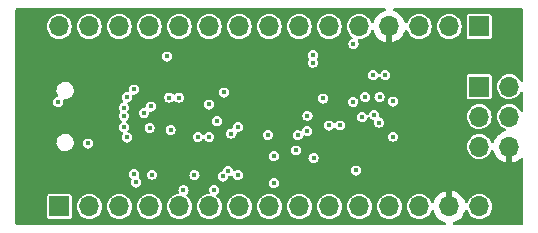
<source format=gbr>
%TF.GenerationSoftware,KiCad,Pcbnew,(6.0.11-0)*%
%TF.CreationDate,2023-05-04T16:40:56+03:00*%
%TF.ProjectId,Arduino Nano Differential impdance PCB,41726475-696e-46f2-904e-616e6f204469,rev?*%
%TF.SameCoordinates,Original*%
%TF.FileFunction,Copper,L2,Inr*%
%TF.FilePolarity,Positive*%
%FSLAX46Y46*%
G04 Gerber Fmt 4.6, Leading zero omitted, Abs format (unit mm)*
G04 Created by KiCad (PCBNEW (6.0.11-0)) date 2023-05-04 16:40:56*
%MOMM*%
%LPD*%
G01*
G04 APERTURE LIST*
%TA.AperFunction,ComponentPad*%
%ADD10R,1.700000X1.700000*%
%TD*%
%TA.AperFunction,ComponentPad*%
%ADD11O,1.700000X1.700000*%
%TD*%
%TA.AperFunction,ViaPad*%
%ADD12C,0.450000*%
%TD*%
G04 APERTURE END LIST*
D10*
%TO.N,D12{slash}MISO*%
%TO.C,H3*%
X170683000Y-100091000D03*
D11*
%TO.N,+5V*%
X173223000Y-100091000D03*
%TO.N,D13{slash}SCK*%
X170683000Y-102631000D03*
%TO.N,D11{slash}MOSI*%
X173223000Y-102631000D03*
%TO.N,RST*%
X170683000Y-105171000D03*
%TO.N,GND*%
X173223000Y-105171000D03*
%TD*%
D10*
%TO.N,D1{slash}TX*%
%TO.C,H1*%
X170683000Y-94996000D03*
D11*
%TO.N,D0{slash}RX*%
X168143000Y-94996000D03*
%TO.N,RST*%
X165603000Y-94996000D03*
%TO.N,GND*%
X163063000Y-94996000D03*
%TO.N,D2*%
X160523000Y-94996000D03*
%TO.N,D3*%
X157983000Y-94996000D03*
%TO.N,D4*%
X155443000Y-94996000D03*
%TO.N,D5*%
X152903000Y-94996000D03*
%TO.N,D6*%
X150363000Y-94996000D03*
%TO.N,D7*%
X147823000Y-94996000D03*
%TO.N,D8*%
X145283000Y-94996000D03*
%TO.N,D9*%
X142743000Y-94996000D03*
%TO.N,D10*%
X140203000Y-94996000D03*
%TO.N,D11{slash}MOSI*%
X137663000Y-94996000D03*
%TO.N,D12{slash}MISO*%
X135123000Y-94996000D03*
%TD*%
D10*
%TO.N,D13{slash}SCK*%
%TO.C,H2*%
X135133000Y-110236000D03*
D11*
%TO.N,+3V3*%
X137673000Y-110236000D03*
%TO.N,AREF*%
X140213000Y-110236000D03*
%TO.N,A0*%
X142753000Y-110236000D03*
%TO.N,A1*%
X145293000Y-110236000D03*
%TO.N,A2*%
X147833000Y-110236000D03*
%TO.N,A3*%
X150373000Y-110236000D03*
%TO.N,A4*%
X152913000Y-110236000D03*
%TO.N,A5*%
X155453000Y-110236000D03*
%TO.N,A6*%
X157993000Y-110236000D03*
%TO.N,A7*%
X160533000Y-110236000D03*
%TO.N,+5V*%
X163073000Y-110236000D03*
%TO.N,RST*%
X165613000Y-110236000D03*
%TO.N,GND*%
X168153000Y-110236000D03*
%TO.N,VCC*%
X170693000Y-110236000D03*
%TD*%
D12*
%TO.N,VBUS*%
X137541000Y-104902000D03*
X161036000Y-100965000D03*
X140589000Y-103505000D03*
X144548889Y-103736111D03*
%TO.N,+5V*%
X150231422Y-107593786D03*
X146573688Y-107580730D03*
X149098000Y-100584000D03*
X142774618Y-103577396D03*
%TO.N,Net-(F1-Pad2)*%
X135041430Y-101416800D03*
%TO.N,D1{slash}TX*%
X145643000Y-108855005D03*
X156591000Y-98058503D03*
%TO.N,D0{slash}RX*%
X156591000Y-97409000D03*
X148243000Y-108836024D03*
%TO.N,GND*%
X168021000Y-99949000D03*
X136525000Y-104140000D03*
X133731000Y-106299000D03*
X137922000Y-106299000D03*
X136393198Y-101854000D03*
X146558000Y-97663000D03*
X151737500Y-107823000D03*
X160263043Y-106360497D03*
X135636000Y-99187000D03*
X141668185Y-97409000D03*
X150749000Y-99123185D03*
X157958978Y-105981185D03*
X166370000Y-102743000D03*
X143101500Y-108204000D03*
X159512000Y-103632000D03*
X148334558Y-101155185D03*
X137985815Y-99060000D03*
X145382262Y-104345445D03*
X151892000Y-106426000D03*
X158565000Y-102229152D03*
X143037819Y-97208904D03*
X153469556Y-99158988D03*
X158849500Y-107823000D03*
X133731000Y-96393000D03*
X155175000Y-107080000D03*
%TO.N,RST*%
X157480000Y-101092000D03*
X156136299Y-102544098D03*
X160274000Y-107188000D03*
%TO.N,D6*%
X144272000Y-97536000D03*
%TO.N,D11{slash}MOSI*%
X141478000Y-100330000D03*
X142881917Y-101768344D03*
%TO.N,D12{slash}MISO*%
X140843000Y-100965000D03*
X142303500Y-102298500D03*
%TO.N,D13{slash}SCK*%
X140843000Y-104394000D03*
X155194000Y-105487815D03*
%TO.N,+3V3*%
X141605000Y-108204000D03*
%TO.N,AREF*%
X146864185Y-104345445D03*
%TO.N,A3*%
X148971000Y-107693154D03*
%TO.N,A4*%
X149431882Y-107235506D03*
%TO.N,A5*%
X153289000Y-108264839D03*
%TO.N,A6*%
X141469935Y-107512772D03*
%TO.N,A7*%
X142952550Y-107540114D03*
%TO.N,RP2A2*%
X156111219Y-103854050D03*
X153289000Y-105981185D03*
X163377684Y-104322684D03*
%TO.N,RP1C2*%
X163385185Y-101346000D03*
X160035500Y-96466698D03*
X162204555Y-103129316D03*
%TO.N,Net-(LEDRX1-Pad1)*%
X145255155Y-101010663D03*
X147828000Y-101600000D03*
X148483190Y-103022588D03*
X160020000Y-101382702D03*
%TO.N,Net-(LEDRX1-Pad2)*%
X161783128Y-102474128D03*
X155321000Y-104203815D03*
X156654815Y-106122861D03*
%TO.N,Net-(LEDTX1-Pad1)*%
X144446020Y-101012020D03*
X161714502Y-99123185D03*
%TO.N,Net-(LEDTX1-Pad2)*%
X160773628Y-102675850D03*
X158916800Y-103372022D03*
X162242815Y-100965000D03*
%TO.N,RP1A1*%
X149690257Y-104066459D03*
%TO.N,RP1B1*%
X150241000Y-103505000D03*
%TO.N,Net-(C7-Pad1)*%
X157988000Y-103378000D03*
X147828000Y-104345445D03*
X162715568Y-99123185D03*
X152781000Y-104162992D03*
%TO.N,D+*%
X140589000Y-102566000D03*
%TO.N,D-*%
X140589000Y-101866000D03*
%TD*%
%TA.AperFunction,Conductor*%
%TO.N,GND*%
G36*
X162712478Y-93465502D02*
G01*
X162758971Y-93519158D01*
X162769075Y-93589432D01*
X162739581Y-93654012D01*
X162683502Y-93691265D01*
X162539868Y-93738212D01*
X162530359Y-93742209D01*
X162341463Y-93840542D01*
X162332738Y-93846036D01*
X162162433Y-93973905D01*
X162154726Y-93980748D01*
X162007590Y-94134717D01*
X162001104Y-94142727D01*
X161881098Y-94318649D01*
X161876000Y-94327623D01*
X161786338Y-94520783D01*
X161782775Y-94530470D01*
X161754012Y-94634185D01*
X161716533Y-94694483D01*
X161652405Y-94724946D01*
X161581986Y-94715903D01*
X161527636Y-94670224D01*
X161511973Y-94636933D01*
X161511143Y-94634185D01*
X161498935Y-94593749D01*
X161402218Y-94411849D01*
X161326206Y-94318649D01*
X161275906Y-94256975D01*
X161275903Y-94256972D01*
X161272011Y-94252200D01*
X161254786Y-94237950D01*
X161118025Y-94124811D01*
X161118021Y-94124809D01*
X161113275Y-94120882D01*
X160932055Y-94022897D01*
X160735254Y-93961977D01*
X160729129Y-93961333D01*
X160729128Y-93961333D01*
X160536498Y-93941087D01*
X160536496Y-93941087D01*
X160530369Y-93940443D01*
X160443529Y-93948346D01*
X160331342Y-93958555D01*
X160331339Y-93958556D01*
X160325203Y-93959114D01*
X160127572Y-94017280D01*
X159945002Y-94112726D01*
X159940201Y-94116586D01*
X159940198Y-94116588D01*
X159907688Y-94142727D01*
X159784447Y-94241815D01*
X159652024Y-94399630D01*
X159649056Y-94405028D01*
X159649053Y-94405033D01*
X159642315Y-94417290D01*
X159552776Y-94580162D01*
X159490484Y-94776532D01*
X159489798Y-94782649D01*
X159489797Y-94782653D01*
X159487865Y-94799879D01*
X159467520Y-94981262D01*
X159484759Y-95186553D01*
X159486458Y-95192478D01*
X159532395Y-95352678D01*
X159541544Y-95384586D01*
X159544359Y-95390063D01*
X159544360Y-95390066D01*
X159632897Y-95562341D01*
X159635712Y-95567818D01*
X159763677Y-95729270D01*
X159768370Y-95733264D01*
X159768371Y-95733265D01*
X159912598Y-95856012D01*
X159951511Y-95915395D01*
X159952142Y-95986389D01*
X159914290Y-96046454D01*
X159888140Y-96064231D01*
X159782280Y-96118170D01*
X159686972Y-96213478D01*
X159625781Y-96333572D01*
X159604696Y-96466698D01*
X159625781Y-96599824D01*
X159686972Y-96719918D01*
X159782280Y-96815226D01*
X159902374Y-96876417D01*
X159912163Y-96877967D01*
X159912165Y-96877968D01*
X160025707Y-96895951D01*
X160035500Y-96897502D01*
X160045293Y-96895951D01*
X160158835Y-96877968D01*
X160158837Y-96877967D01*
X160168626Y-96876417D01*
X160288720Y-96815226D01*
X160384028Y-96719918D01*
X160445219Y-96599824D01*
X160466304Y-96466698D01*
X160445219Y-96333572D01*
X160430956Y-96305579D01*
X160394538Y-96234103D01*
X160381434Y-96164327D01*
X160408134Y-96098542D01*
X160466162Y-96057636D01*
X160500963Y-96052245D01*
X160500894Y-96051351D01*
X160706300Y-96035546D01*
X160712230Y-96033890D01*
X160712232Y-96033890D01*
X160898797Y-95981800D01*
X160898796Y-95981800D01*
X160904725Y-95980145D01*
X160910214Y-95977372D01*
X160910220Y-95977370D01*
X161083116Y-95890033D01*
X161088610Y-95887258D01*
X161104345Y-95874965D01*
X161246101Y-95764213D01*
X161250951Y-95760424D01*
X161308992Y-95693183D01*
X161381540Y-95609134D01*
X161381540Y-95609133D01*
X161385564Y-95604472D01*
X161406387Y-95567818D01*
X161424056Y-95536714D01*
X161487323Y-95425344D01*
X161496271Y-95398444D01*
X161511496Y-95352678D01*
X161551978Y-95294354D01*
X161617566Y-95267175D01*
X161687437Y-95279770D01*
X161739406Y-95328141D01*
X161753971Y-95364751D01*
X161761564Y-95398444D01*
X161764645Y-95408275D01*
X161844770Y-95605603D01*
X161849413Y-95614794D01*
X161960694Y-95796388D01*
X161966777Y-95804699D01*
X162106213Y-95965667D01*
X162113580Y-95972883D01*
X162277434Y-96108916D01*
X162285881Y-96114831D01*
X162469756Y-96222279D01*
X162479042Y-96226729D01*
X162678001Y-96302703D01*
X162687899Y-96305579D01*
X162791250Y-96326606D01*
X162805299Y-96325410D01*
X162809000Y-96315065D01*
X162809000Y-94868000D01*
X162829002Y-94799879D01*
X162882658Y-94753386D01*
X162935000Y-94742000D01*
X163191000Y-94742000D01*
X163259121Y-94762002D01*
X163305614Y-94815658D01*
X163317000Y-94868000D01*
X163317000Y-96314517D01*
X163321064Y-96328359D01*
X163334478Y-96330393D01*
X163341184Y-96329534D01*
X163351262Y-96327392D01*
X163555255Y-96266191D01*
X163564842Y-96262433D01*
X163756095Y-96168739D01*
X163764945Y-96163464D01*
X163938328Y-96039792D01*
X163946200Y-96033139D01*
X164097052Y-95882812D01*
X164103730Y-95874965D01*
X164228003Y-95702020D01*
X164233313Y-95693183D01*
X164327670Y-95502267D01*
X164331469Y-95492672D01*
X164372593Y-95357319D01*
X164411534Y-95297955D01*
X164476388Y-95269068D01*
X164546564Y-95279830D01*
X164599782Y-95326823D01*
X164614270Y-95359217D01*
X164621544Y-95384586D01*
X164624359Y-95390063D01*
X164624360Y-95390066D01*
X164712897Y-95562341D01*
X164715712Y-95567818D01*
X164843677Y-95729270D01*
X164848370Y-95733264D01*
X164848371Y-95733265D01*
X164992599Y-95856012D01*
X165000564Y-95862791D01*
X165005942Y-95865797D01*
X165005944Y-95865798D01*
X165036387Y-95882812D01*
X165180398Y-95963297D01*
X165251468Y-95986389D01*
X165370471Y-96025056D01*
X165370475Y-96025057D01*
X165376329Y-96026959D01*
X165580894Y-96051351D01*
X165587029Y-96050879D01*
X165587031Y-96050879D01*
X165659625Y-96045293D01*
X165786300Y-96035546D01*
X165792230Y-96033890D01*
X165792232Y-96033890D01*
X165978797Y-95981800D01*
X165978796Y-95981800D01*
X165984725Y-95980145D01*
X165990214Y-95977372D01*
X165990220Y-95977370D01*
X166163116Y-95890033D01*
X166168610Y-95887258D01*
X166184345Y-95874965D01*
X166326101Y-95764213D01*
X166330951Y-95760424D01*
X166388992Y-95693183D01*
X166461540Y-95609134D01*
X166461540Y-95609133D01*
X166465564Y-95604472D01*
X166486387Y-95567818D01*
X166504056Y-95536714D01*
X166567323Y-95425344D01*
X166632351Y-95229863D01*
X166658171Y-95025474D01*
X166658583Y-94996000D01*
X166657138Y-94981262D01*
X167087520Y-94981262D01*
X167104759Y-95186553D01*
X167106458Y-95192478D01*
X167152395Y-95352678D01*
X167161544Y-95384586D01*
X167164359Y-95390063D01*
X167164360Y-95390066D01*
X167252897Y-95562341D01*
X167255712Y-95567818D01*
X167383677Y-95729270D01*
X167388370Y-95733264D01*
X167388371Y-95733265D01*
X167532599Y-95856012D01*
X167540564Y-95862791D01*
X167545942Y-95865797D01*
X167545944Y-95865798D01*
X167576387Y-95882812D01*
X167720398Y-95963297D01*
X167791468Y-95986389D01*
X167910471Y-96025056D01*
X167910475Y-96025057D01*
X167916329Y-96026959D01*
X168120894Y-96051351D01*
X168127029Y-96050879D01*
X168127031Y-96050879D01*
X168199625Y-96045293D01*
X168326300Y-96035546D01*
X168332230Y-96033890D01*
X168332232Y-96033890D01*
X168518797Y-95981800D01*
X168518796Y-95981800D01*
X168524725Y-95980145D01*
X168530214Y-95977372D01*
X168530220Y-95977370D01*
X168703116Y-95890033D01*
X168708610Y-95887258D01*
X168724345Y-95874965D01*
X168736142Y-95865748D01*
X169632500Y-95865748D01*
X169633707Y-95871816D01*
X169637331Y-95890033D01*
X169644133Y-95924231D01*
X169688448Y-95990552D01*
X169754769Y-96034867D01*
X169766938Y-96037288D01*
X169766939Y-96037288D01*
X169807184Y-96045293D01*
X169813252Y-96046500D01*
X171552748Y-96046500D01*
X171558816Y-96045293D01*
X171599061Y-96037288D01*
X171599062Y-96037288D01*
X171611231Y-96034867D01*
X171677552Y-95990552D01*
X171721867Y-95924231D01*
X171728670Y-95890033D01*
X171732293Y-95871816D01*
X171733500Y-95865748D01*
X171733500Y-94126252D01*
X171721867Y-94067769D01*
X171677552Y-94001448D01*
X171611231Y-93957133D01*
X171599062Y-93954712D01*
X171599061Y-93954712D01*
X171558816Y-93946707D01*
X171552748Y-93945500D01*
X169813252Y-93945500D01*
X169807184Y-93946707D01*
X169766939Y-93954712D01*
X169766938Y-93954712D01*
X169754769Y-93957133D01*
X169688448Y-94001448D01*
X169644133Y-94067769D01*
X169632500Y-94126252D01*
X169632500Y-95865748D01*
X168736142Y-95865748D01*
X168866101Y-95764213D01*
X168870951Y-95760424D01*
X168928992Y-95693183D01*
X169001540Y-95609134D01*
X169001540Y-95609133D01*
X169005564Y-95604472D01*
X169026387Y-95567818D01*
X169044056Y-95536714D01*
X169107323Y-95425344D01*
X169172351Y-95229863D01*
X169198171Y-95025474D01*
X169198583Y-94996000D01*
X169178480Y-94790970D01*
X169118935Y-94593749D01*
X169022218Y-94411849D01*
X168946206Y-94318649D01*
X168895906Y-94256975D01*
X168895903Y-94256972D01*
X168892011Y-94252200D01*
X168874786Y-94237950D01*
X168738025Y-94124811D01*
X168738021Y-94124809D01*
X168733275Y-94120882D01*
X168552055Y-94022897D01*
X168355254Y-93961977D01*
X168349129Y-93961333D01*
X168349128Y-93961333D01*
X168156498Y-93941087D01*
X168156496Y-93941087D01*
X168150369Y-93940443D01*
X168063529Y-93948346D01*
X167951342Y-93958555D01*
X167951339Y-93958556D01*
X167945203Y-93959114D01*
X167747572Y-94017280D01*
X167565002Y-94112726D01*
X167560201Y-94116586D01*
X167560198Y-94116588D01*
X167527688Y-94142727D01*
X167404447Y-94241815D01*
X167272024Y-94399630D01*
X167269056Y-94405028D01*
X167269053Y-94405033D01*
X167262315Y-94417290D01*
X167172776Y-94580162D01*
X167110484Y-94776532D01*
X167109798Y-94782649D01*
X167109797Y-94782653D01*
X167107865Y-94799879D01*
X167087520Y-94981262D01*
X166657138Y-94981262D01*
X166638480Y-94790970D01*
X166578935Y-94593749D01*
X166482218Y-94411849D01*
X166406206Y-94318649D01*
X166355906Y-94256975D01*
X166355903Y-94256972D01*
X166352011Y-94252200D01*
X166334786Y-94237950D01*
X166198025Y-94124811D01*
X166198021Y-94124809D01*
X166193275Y-94120882D01*
X166012055Y-94022897D01*
X165815254Y-93961977D01*
X165809129Y-93961333D01*
X165809128Y-93961333D01*
X165616498Y-93941087D01*
X165616496Y-93941087D01*
X165610369Y-93940443D01*
X165523529Y-93948346D01*
X165411342Y-93958555D01*
X165411339Y-93958556D01*
X165405203Y-93959114D01*
X165207572Y-94017280D01*
X165025002Y-94112726D01*
X165020201Y-94116586D01*
X165020198Y-94116588D01*
X164987688Y-94142727D01*
X164864447Y-94241815D01*
X164732024Y-94399630D01*
X164729056Y-94405028D01*
X164729053Y-94405033D01*
X164722315Y-94417290D01*
X164632776Y-94580162D01*
X164630914Y-94586032D01*
X164614068Y-94639138D01*
X164574405Y-94698022D01*
X164509202Y-94726114D01*
X164439163Y-94714497D01*
X164386523Y-94666857D01*
X164371762Y-94631735D01*
X164354214Y-94561875D01*
X164350894Y-94552124D01*
X164265972Y-94356814D01*
X164261105Y-94347739D01*
X164145426Y-94168926D01*
X164139136Y-94160757D01*
X163995806Y-94003240D01*
X163988273Y-93996215D01*
X163821139Y-93864222D01*
X163812552Y-93858517D01*
X163626117Y-93755599D01*
X163616705Y-93751369D01*
X163444177Y-93690273D01*
X163386641Y-93648679D01*
X163360725Y-93582581D01*
X163374659Y-93512965D01*
X163424018Y-93461934D01*
X163486237Y-93445500D01*
X174271500Y-93445500D01*
X174339621Y-93465502D01*
X174386114Y-93519158D01*
X174397500Y-93571500D01*
X174397500Y-99556836D01*
X174377498Y-99624957D01*
X174323842Y-99671450D01*
X174253568Y-99681554D01*
X174188988Y-99652060D01*
X174160248Y-99615989D01*
X174127283Y-99553989D01*
X174102218Y-99506849D01*
X173988627Y-99367573D01*
X173975906Y-99351975D01*
X173975903Y-99351972D01*
X173972011Y-99347200D01*
X173954786Y-99332950D01*
X173818025Y-99219811D01*
X173818021Y-99219809D01*
X173813275Y-99215882D01*
X173632055Y-99117897D01*
X173435254Y-99056977D01*
X173429129Y-99056333D01*
X173429128Y-99056333D01*
X173236498Y-99036087D01*
X173236496Y-99036087D01*
X173230369Y-99035443D01*
X173143529Y-99043346D01*
X173031342Y-99053555D01*
X173031339Y-99053556D01*
X173025203Y-99054114D01*
X172827572Y-99112280D01*
X172645002Y-99207726D01*
X172640201Y-99211586D01*
X172640198Y-99211588D01*
X172589146Y-99252635D01*
X172484447Y-99336815D01*
X172352024Y-99494630D01*
X172349056Y-99500028D01*
X172349053Y-99500033D01*
X172280376Y-99624957D01*
X172252776Y-99675162D01*
X172190484Y-99871532D01*
X172189798Y-99877649D01*
X172189797Y-99877653D01*
X172178657Y-99976972D01*
X172167520Y-100076262D01*
X172168036Y-100082406D01*
X172180512Y-100230972D01*
X172184759Y-100281553D01*
X172186458Y-100287478D01*
X172234638Y-100455501D01*
X172241544Y-100479586D01*
X172244359Y-100485063D01*
X172244360Y-100485066D01*
X172332897Y-100657341D01*
X172335712Y-100662818D01*
X172463677Y-100824270D01*
X172468370Y-100828264D01*
X172468371Y-100828265D01*
X172596168Y-100937028D01*
X172620564Y-100957791D01*
X172625942Y-100960797D01*
X172625944Y-100960798D01*
X172650985Y-100974793D01*
X172800398Y-101058297D01*
X172873985Y-101082207D01*
X172990471Y-101120056D01*
X172990475Y-101120057D01*
X172996329Y-101121959D01*
X173200894Y-101146351D01*
X173207029Y-101145879D01*
X173207031Y-101145879D01*
X173279625Y-101140293D01*
X173406300Y-101130546D01*
X173412230Y-101128890D01*
X173412232Y-101128890D01*
X173544611Y-101091929D01*
X173604725Y-101075145D01*
X173610214Y-101072372D01*
X173610220Y-101072370D01*
X173749078Y-101002227D01*
X173788610Y-100982258D01*
X173794721Y-100977484D01*
X173902004Y-100893665D01*
X173950951Y-100855424D01*
X173958034Y-100847219D01*
X174081540Y-100704134D01*
X174081540Y-100704133D01*
X174085564Y-100699472D01*
X174106387Y-100662818D01*
X174161944Y-100565019D01*
X174212983Y-100515669D01*
X174282601Y-100501746D01*
X174348695Y-100527672D01*
X174390280Y-100585215D01*
X174397500Y-100627256D01*
X174397500Y-102096836D01*
X174377498Y-102164957D01*
X174323842Y-102211450D01*
X174253568Y-102221554D01*
X174188988Y-102192060D01*
X174160248Y-102155989D01*
X174148691Y-102134252D01*
X174102218Y-102046849D01*
X174016311Y-101941517D01*
X173975906Y-101891975D01*
X173975903Y-101891972D01*
X173972011Y-101887200D01*
X173959458Y-101876815D01*
X173818025Y-101759811D01*
X173818021Y-101759809D01*
X173813275Y-101755882D01*
X173632055Y-101657897D01*
X173435254Y-101596977D01*
X173429129Y-101596333D01*
X173429128Y-101596333D01*
X173236498Y-101576087D01*
X173236496Y-101576087D01*
X173230369Y-101575443D01*
X173143529Y-101583346D01*
X173031342Y-101593555D01*
X173031339Y-101593556D01*
X173025203Y-101594114D01*
X172827572Y-101652280D01*
X172645002Y-101747726D01*
X172640201Y-101751586D01*
X172640198Y-101751588D01*
X172552601Y-101822018D01*
X172484447Y-101876815D01*
X172352024Y-102034630D01*
X172349056Y-102040028D01*
X172349053Y-102040033D01*
X172267039Y-102189217D01*
X172252776Y-102215162D01*
X172190484Y-102411532D01*
X172189798Y-102417649D01*
X172189797Y-102417653D01*
X172175750Y-102542888D01*
X172167520Y-102616262D01*
X172168036Y-102622406D01*
X172183313Y-102804329D01*
X172184759Y-102821553D01*
X172186458Y-102827478D01*
X172239597Y-103012795D01*
X172241544Y-103019586D01*
X172244359Y-103025063D01*
X172244360Y-103025066D01*
X172324233Y-103180482D01*
X172335712Y-103202818D01*
X172463677Y-103364270D01*
X172468370Y-103368264D01*
X172468371Y-103368265D01*
X172603057Y-103482891D01*
X172620564Y-103497791D01*
X172625942Y-103500797D01*
X172625944Y-103500798D01*
X172710481Y-103548044D01*
X172800398Y-103598297D01*
X172865437Y-103619429D01*
X172924042Y-103659502D01*
X172951680Y-103724898D01*
X172939574Y-103794855D01*
X172891568Y-103847162D01*
X172865646Y-103859027D01*
X172699868Y-103913212D01*
X172690359Y-103917209D01*
X172501463Y-104015542D01*
X172492738Y-104021036D01*
X172322433Y-104148905D01*
X172314726Y-104155748D01*
X172167590Y-104309717D01*
X172161104Y-104317727D01*
X172041098Y-104493649D01*
X172036000Y-104502623D01*
X171946338Y-104695783D01*
X171942775Y-104705470D01*
X171914012Y-104809185D01*
X171876533Y-104869483D01*
X171812405Y-104899946D01*
X171741986Y-104890903D01*
X171687636Y-104845224D01*
X171671973Y-104811933D01*
X171668134Y-104799218D01*
X171658935Y-104768749D01*
X171562218Y-104586849D01*
X171471957Y-104476178D01*
X171435906Y-104431975D01*
X171435903Y-104431972D01*
X171432011Y-104427200D01*
X171414786Y-104412950D01*
X171278025Y-104299811D01*
X171278021Y-104299809D01*
X171273275Y-104295882D01*
X171121112Y-104213608D01*
X171097474Y-104200827D01*
X171092055Y-104197897D01*
X170895254Y-104136977D01*
X170889129Y-104136333D01*
X170889128Y-104136333D01*
X170696498Y-104116087D01*
X170696496Y-104116087D01*
X170690369Y-104115443D01*
X170603529Y-104123346D01*
X170491342Y-104133555D01*
X170491339Y-104133556D01*
X170485203Y-104134114D01*
X170287572Y-104192280D01*
X170282107Y-104195137D01*
X170280313Y-104196075D01*
X170105002Y-104287726D01*
X170100201Y-104291586D01*
X170100198Y-104291588D01*
X169949254Y-104412950D01*
X169944447Y-104416815D01*
X169812024Y-104574630D01*
X169809056Y-104580028D01*
X169809053Y-104580033D01*
X169750269Y-104686962D01*
X169712776Y-104755162D01*
X169650484Y-104951532D01*
X169649798Y-104957649D01*
X169649797Y-104957653D01*
X169629929Y-105134787D01*
X169627520Y-105156262D01*
X169628036Y-105162406D01*
X169644183Y-105354689D01*
X169644759Y-105361553D01*
X169646458Y-105367478D01*
X169698905Y-105550381D01*
X169701544Y-105559586D01*
X169704359Y-105565063D01*
X169704360Y-105565066D01*
X169792897Y-105737341D01*
X169795712Y-105742818D01*
X169923677Y-105904270D01*
X169928370Y-105908264D01*
X169928371Y-105908265D01*
X170035603Y-105999526D01*
X170080564Y-106037791D01*
X170260398Y-106138297D01*
X170355238Y-106169113D01*
X170450471Y-106200056D01*
X170450475Y-106200057D01*
X170456329Y-106201959D01*
X170660894Y-106226351D01*
X170667029Y-106225879D01*
X170667031Y-106225879D01*
X170726616Y-106221294D01*
X170866300Y-106210546D01*
X170872230Y-106208890D01*
X170872232Y-106208890D01*
X171058797Y-106156800D01*
X171058796Y-106156800D01*
X171064725Y-106155145D01*
X171070214Y-106152372D01*
X171070220Y-106152370D01*
X171243116Y-106065033D01*
X171248610Y-106062258D01*
X171410951Y-105935424D01*
X171426796Y-105917068D01*
X171541540Y-105784134D01*
X171541540Y-105784133D01*
X171545564Y-105779472D01*
X171563417Y-105748046D01*
X171624984Y-105639668D01*
X171647323Y-105600344D01*
X171657445Y-105569915D01*
X171671496Y-105527678D01*
X171711978Y-105469354D01*
X171777566Y-105442175D01*
X171847437Y-105454770D01*
X171899406Y-105503141D01*
X171913971Y-105539751D01*
X171921564Y-105573444D01*
X171924645Y-105583275D01*
X172004770Y-105780603D01*
X172009413Y-105789794D01*
X172120694Y-105971388D01*
X172126777Y-105979699D01*
X172266213Y-106140667D01*
X172273580Y-106147883D01*
X172437434Y-106283916D01*
X172445881Y-106289831D01*
X172629756Y-106397279D01*
X172639042Y-106401729D01*
X172838001Y-106477703D01*
X172847899Y-106480579D01*
X172951250Y-106501606D01*
X172965299Y-106500410D01*
X172969000Y-106490065D01*
X172969000Y-105043000D01*
X172989002Y-104974879D01*
X173042658Y-104928386D01*
X173095000Y-104917000D01*
X173351000Y-104917000D01*
X173419121Y-104937002D01*
X173465614Y-104990658D01*
X173477000Y-105043000D01*
X173477000Y-106489517D01*
X173481064Y-106503359D01*
X173494478Y-106505393D01*
X173501184Y-106504534D01*
X173511262Y-106502392D01*
X173715255Y-106441191D01*
X173724842Y-106437433D01*
X173916095Y-106343739D01*
X173924945Y-106338464D01*
X174098328Y-106214792D01*
X174106200Y-106208139D01*
X174182560Y-106132044D01*
X174244931Y-106098127D01*
X174315738Y-106103315D01*
X174372499Y-106145961D01*
X174397194Y-106212524D01*
X174397500Y-106221294D01*
X174397500Y-111660500D01*
X174377498Y-111728621D01*
X174323842Y-111775114D01*
X174271500Y-111786500D01*
X168569392Y-111786500D01*
X168501271Y-111766498D01*
X168454778Y-111712842D01*
X168444674Y-111642568D01*
X168474168Y-111577988D01*
X168533184Y-111539814D01*
X168645255Y-111506191D01*
X168654842Y-111502433D01*
X168846095Y-111408739D01*
X168854945Y-111403464D01*
X169028328Y-111279792D01*
X169036200Y-111273139D01*
X169187052Y-111122812D01*
X169193730Y-111114965D01*
X169318003Y-110942020D01*
X169323313Y-110933183D01*
X169417670Y-110742267D01*
X169421469Y-110732672D01*
X169462593Y-110597319D01*
X169501534Y-110537955D01*
X169566388Y-110509068D01*
X169636564Y-110519830D01*
X169689782Y-110566823D01*
X169704270Y-110599217D01*
X169711544Y-110624586D01*
X169714359Y-110630063D01*
X169714360Y-110630066D01*
X169802897Y-110802341D01*
X169805712Y-110807818D01*
X169933677Y-110969270D01*
X169938370Y-110973264D01*
X169938371Y-110973265D01*
X170012541Y-111036388D01*
X170090564Y-111102791D01*
X170095942Y-111105797D01*
X170095944Y-111105798D01*
X170126387Y-111122812D01*
X170270398Y-111203297D01*
X170354280Y-111230552D01*
X170460471Y-111265056D01*
X170460475Y-111265057D01*
X170466329Y-111266959D01*
X170670894Y-111291351D01*
X170677029Y-111290879D01*
X170677031Y-111290879D01*
X170749625Y-111285293D01*
X170876300Y-111275546D01*
X170882230Y-111273890D01*
X170882232Y-111273890D01*
X171068797Y-111221800D01*
X171068796Y-111221800D01*
X171074725Y-111220145D01*
X171080214Y-111217372D01*
X171080220Y-111217370D01*
X171253116Y-111130033D01*
X171258610Y-111127258D01*
X171274345Y-111114965D01*
X171416101Y-111004213D01*
X171420951Y-111000424D01*
X171478992Y-110933183D01*
X171551540Y-110849134D01*
X171551540Y-110849133D01*
X171555564Y-110844472D01*
X171576387Y-110807818D01*
X171594056Y-110776714D01*
X171657323Y-110665344D01*
X171722351Y-110469863D01*
X171748171Y-110265474D01*
X171748583Y-110236000D01*
X171728480Y-110030970D01*
X171668935Y-109833749D01*
X171572218Y-109651849D01*
X171496206Y-109558649D01*
X171445906Y-109496975D01*
X171445903Y-109496972D01*
X171442011Y-109492200D01*
X171424786Y-109477950D01*
X171288025Y-109364811D01*
X171288021Y-109364809D01*
X171283275Y-109360882D01*
X171102055Y-109262897D01*
X170905254Y-109201977D01*
X170899129Y-109201333D01*
X170899128Y-109201333D01*
X170706498Y-109181087D01*
X170706496Y-109181087D01*
X170700369Y-109180443D01*
X170614780Y-109188232D01*
X170501342Y-109198555D01*
X170501339Y-109198556D01*
X170495203Y-109199114D01*
X170297572Y-109257280D01*
X170115002Y-109352726D01*
X170110201Y-109356586D01*
X170110198Y-109356588D01*
X170059897Y-109397031D01*
X169954447Y-109481815D01*
X169822024Y-109639630D01*
X169819056Y-109645028D01*
X169819053Y-109645033D01*
X169812315Y-109657290D01*
X169722776Y-109820162D01*
X169720914Y-109826032D01*
X169704068Y-109879138D01*
X169664405Y-109938022D01*
X169599202Y-109966114D01*
X169529163Y-109954497D01*
X169476523Y-109906857D01*
X169461762Y-109871735D01*
X169444214Y-109801875D01*
X169440894Y-109792124D01*
X169355972Y-109596814D01*
X169351105Y-109587739D01*
X169235426Y-109408926D01*
X169229136Y-109400757D01*
X169085806Y-109243240D01*
X169078273Y-109236215D01*
X168911139Y-109104222D01*
X168902552Y-109098517D01*
X168716117Y-108995599D01*
X168706705Y-108991369D01*
X168505959Y-108920280D01*
X168495988Y-108917646D01*
X168424837Y-108904972D01*
X168411540Y-108906432D01*
X168407000Y-108920989D01*
X168407000Y-110364000D01*
X168386998Y-110432121D01*
X168333342Y-110478614D01*
X168281000Y-110490000D01*
X168025000Y-110490000D01*
X167956879Y-110469998D01*
X167910386Y-110416342D01*
X167899000Y-110364000D01*
X167899000Y-108919102D01*
X167895082Y-108905758D01*
X167880806Y-108903771D01*
X167842324Y-108909660D01*
X167832288Y-108912051D01*
X167629868Y-108978212D01*
X167620359Y-108982209D01*
X167431463Y-109080542D01*
X167422738Y-109086036D01*
X167252433Y-109213905D01*
X167244726Y-109220748D01*
X167097590Y-109374717D01*
X167091104Y-109382727D01*
X166971098Y-109558649D01*
X166966000Y-109567623D01*
X166876338Y-109760783D01*
X166872775Y-109770470D01*
X166844012Y-109874185D01*
X166806533Y-109934483D01*
X166742405Y-109964946D01*
X166671986Y-109955903D01*
X166617636Y-109910224D01*
X166601973Y-109876933D01*
X166601143Y-109874185D01*
X166588935Y-109833749D01*
X166492218Y-109651849D01*
X166416206Y-109558649D01*
X166365906Y-109496975D01*
X166365903Y-109496972D01*
X166362011Y-109492200D01*
X166344786Y-109477950D01*
X166208025Y-109364811D01*
X166208021Y-109364809D01*
X166203275Y-109360882D01*
X166022055Y-109262897D01*
X165825254Y-109201977D01*
X165819129Y-109201333D01*
X165819128Y-109201333D01*
X165626498Y-109181087D01*
X165626496Y-109181087D01*
X165620369Y-109180443D01*
X165534780Y-109188232D01*
X165421342Y-109198555D01*
X165421339Y-109198556D01*
X165415203Y-109199114D01*
X165217572Y-109257280D01*
X165035002Y-109352726D01*
X165030201Y-109356586D01*
X165030198Y-109356588D01*
X164979897Y-109397031D01*
X164874447Y-109481815D01*
X164742024Y-109639630D01*
X164739056Y-109645028D01*
X164739053Y-109645033D01*
X164732315Y-109657290D01*
X164642776Y-109820162D01*
X164580484Y-110016532D01*
X164579798Y-110022649D01*
X164579797Y-110022653D01*
X164558207Y-110215137D01*
X164557520Y-110221262D01*
X164558036Y-110227406D01*
X164573902Y-110416342D01*
X164574759Y-110426553D01*
X164576458Y-110432478D01*
X164622395Y-110592678D01*
X164631544Y-110624586D01*
X164634359Y-110630063D01*
X164634360Y-110630066D01*
X164722897Y-110802341D01*
X164725712Y-110807818D01*
X164853677Y-110969270D01*
X164858370Y-110973264D01*
X164858371Y-110973265D01*
X164932541Y-111036388D01*
X165010564Y-111102791D01*
X165015942Y-111105797D01*
X165015944Y-111105798D01*
X165046387Y-111122812D01*
X165190398Y-111203297D01*
X165274280Y-111230552D01*
X165380471Y-111265056D01*
X165380475Y-111265057D01*
X165386329Y-111266959D01*
X165590894Y-111291351D01*
X165597029Y-111290879D01*
X165597031Y-111290879D01*
X165669625Y-111285293D01*
X165796300Y-111275546D01*
X165802230Y-111273890D01*
X165802232Y-111273890D01*
X165988797Y-111221800D01*
X165988796Y-111221800D01*
X165994725Y-111220145D01*
X166000214Y-111217372D01*
X166000220Y-111217370D01*
X166173116Y-111130033D01*
X166178610Y-111127258D01*
X166194345Y-111114965D01*
X166336101Y-111004213D01*
X166340951Y-111000424D01*
X166398992Y-110933183D01*
X166471540Y-110849134D01*
X166471540Y-110849133D01*
X166475564Y-110844472D01*
X166496387Y-110807818D01*
X166514056Y-110776714D01*
X166577323Y-110665344D01*
X166586271Y-110638444D01*
X166601496Y-110592678D01*
X166641978Y-110534354D01*
X166707566Y-110507175D01*
X166777437Y-110519770D01*
X166829406Y-110568141D01*
X166843971Y-110604751D01*
X166851564Y-110638444D01*
X166854645Y-110648275D01*
X166934770Y-110845603D01*
X166939413Y-110854794D01*
X167050694Y-111036388D01*
X167056777Y-111044699D01*
X167196213Y-111205667D01*
X167203580Y-111212883D01*
X167367434Y-111348916D01*
X167375881Y-111354831D01*
X167559756Y-111462279D01*
X167569043Y-111466729D01*
X167768228Y-111542790D01*
X167824731Y-111585777D01*
X167849024Y-111652489D01*
X167833394Y-111721743D01*
X167782803Y-111771554D01*
X167723279Y-111786500D01*
X131544500Y-111786500D01*
X131476379Y-111766498D01*
X131429886Y-111712842D01*
X131418500Y-111660500D01*
X131418500Y-111105748D01*
X134082500Y-111105748D01*
X134083707Y-111111816D01*
X134087331Y-111130033D01*
X134094133Y-111164231D01*
X134138448Y-111230552D01*
X134204769Y-111274867D01*
X134216938Y-111277288D01*
X134216939Y-111277288D01*
X134257184Y-111285293D01*
X134263252Y-111286500D01*
X136002748Y-111286500D01*
X136008816Y-111285293D01*
X136049061Y-111277288D01*
X136049062Y-111277288D01*
X136061231Y-111274867D01*
X136127552Y-111230552D01*
X136171867Y-111164231D01*
X136178670Y-111130033D01*
X136182293Y-111111816D01*
X136183500Y-111105748D01*
X136183500Y-110221262D01*
X136617520Y-110221262D01*
X136618036Y-110227406D01*
X136633902Y-110416342D01*
X136634759Y-110426553D01*
X136636458Y-110432478D01*
X136682395Y-110592678D01*
X136691544Y-110624586D01*
X136694359Y-110630063D01*
X136694360Y-110630066D01*
X136782897Y-110802341D01*
X136785712Y-110807818D01*
X136913677Y-110969270D01*
X136918370Y-110973264D01*
X136918371Y-110973265D01*
X136992541Y-111036388D01*
X137070564Y-111102791D01*
X137075942Y-111105797D01*
X137075944Y-111105798D01*
X137106387Y-111122812D01*
X137250398Y-111203297D01*
X137334280Y-111230552D01*
X137440471Y-111265056D01*
X137440475Y-111265057D01*
X137446329Y-111266959D01*
X137650894Y-111291351D01*
X137657029Y-111290879D01*
X137657031Y-111290879D01*
X137729625Y-111285293D01*
X137856300Y-111275546D01*
X137862230Y-111273890D01*
X137862232Y-111273890D01*
X138048797Y-111221800D01*
X138048796Y-111221800D01*
X138054725Y-111220145D01*
X138060214Y-111217372D01*
X138060220Y-111217370D01*
X138233116Y-111130033D01*
X138238610Y-111127258D01*
X138254345Y-111114965D01*
X138396101Y-111004213D01*
X138400951Y-111000424D01*
X138458992Y-110933183D01*
X138531540Y-110849134D01*
X138531540Y-110849133D01*
X138535564Y-110844472D01*
X138556387Y-110807818D01*
X138574056Y-110776714D01*
X138637323Y-110665344D01*
X138702351Y-110469863D01*
X138728171Y-110265474D01*
X138728583Y-110236000D01*
X138727138Y-110221262D01*
X139157520Y-110221262D01*
X139158036Y-110227406D01*
X139173902Y-110416342D01*
X139174759Y-110426553D01*
X139176458Y-110432478D01*
X139222395Y-110592678D01*
X139231544Y-110624586D01*
X139234359Y-110630063D01*
X139234360Y-110630066D01*
X139322897Y-110802341D01*
X139325712Y-110807818D01*
X139453677Y-110969270D01*
X139458370Y-110973264D01*
X139458371Y-110973265D01*
X139532541Y-111036388D01*
X139610564Y-111102791D01*
X139615942Y-111105797D01*
X139615944Y-111105798D01*
X139646387Y-111122812D01*
X139790398Y-111203297D01*
X139874280Y-111230552D01*
X139980471Y-111265056D01*
X139980475Y-111265057D01*
X139986329Y-111266959D01*
X140190894Y-111291351D01*
X140197029Y-111290879D01*
X140197031Y-111290879D01*
X140269625Y-111285293D01*
X140396300Y-111275546D01*
X140402230Y-111273890D01*
X140402232Y-111273890D01*
X140588797Y-111221800D01*
X140588796Y-111221800D01*
X140594725Y-111220145D01*
X140600214Y-111217372D01*
X140600220Y-111217370D01*
X140773116Y-111130033D01*
X140778610Y-111127258D01*
X140794345Y-111114965D01*
X140936101Y-111004213D01*
X140940951Y-111000424D01*
X140998992Y-110933183D01*
X141071540Y-110849134D01*
X141071540Y-110849133D01*
X141075564Y-110844472D01*
X141096387Y-110807818D01*
X141114056Y-110776714D01*
X141177323Y-110665344D01*
X141242351Y-110469863D01*
X141268171Y-110265474D01*
X141268583Y-110236000D01*
X141267138Y-110221262D01*
X141697520Y-110221262D01*
X141698036Y-110227406D01*
X141713902Y-110416342D01*
X141714759Y-110426553D01*
X141716458Y-110432478D01*
X141762395Y-110592678D01*
X141771544Y-110624586D01*
X141774359Y-110630063D01*
X141774360Y-110630066D01*
X141862897Y-110802341D01*
X141865712Y-110807818D01*
X141993677Y-110969270D01*
X141998370Y-110973264D01*
X141998371Y-110973265D01*
X142072541Y-111036388D01*
X142150564Y-111102791D01*
X142155942Y-111105797D01*
X142155944Y-111105798D01*
X142186387Y-111122812D01*
X142330398Y-111203297D01*
X142414280Y-111230552D01*
X142520471Y-111265056D01*
X142520475Y-111265057D01*
X142526329Y-111266959D01*
X142730894Y-111291351D01*
X142737029Y-111290879D01*
X142737031Y-111290879D01*
X142809625Y-111285293D01*
X142936300Y-111275546D01*
X142942230Y-111273890D01*
X142942232Y-111273890D01*
X143128797Y-111221800D01*
X143128796Y-111221800D01*
X143134725Y-111220145D01*
X143140214Y-111217372D01*
X143140220Y-111217370D01*
X143313116Y-111130033D01*
X143318610Y-111127258D01*
X143334345Y-111114965D01*
X143476101Y-111004213D01*
X143480951Y-111000424D01*
X143538992Y-110933183D01*
X143611540Y-110849134D01*
X143611540Y-110849133D01*
X143615564Y-110844472D01*
X143636387Y-110807818D01*
X143654056Y-110776714D01*
X143717323Y-110665344D01*
X143782351Y-110469863D01*
X143808171Y-110265474D01*
X143808583Y-110236000D01*
X143807138Y-110221262D01*
X144237520Y-110221262D01*
X144238036Y-110227406D01*
X144253902Y-110416342D01*
X144254759Y-110426553D01*
X144256458Y-110432478D01*
X144302395Y-110592678D01*
X144311544Y-110624586D01*
X144314359Y-110630063D01*
X144314360Y-110630066D01*
X144402897Y-110802341D01*
X144405712Y-110807818D01*
X144533677Y-110969270D01*
X144538370Y-110973264D01*
X144538371Y-110973265D01*
X144612541Y-111036388D01*
X144690564Y-111102791D01*
X144695942Y-111105797D01*
X144695944Y-111105798D01*
X144726387Y-111122812D01*
X144870398Y-111203297D01*
X144954280Y-111230552D01*
X145060471Y-111265056D01*
X145060475Y-111265057D01*
X145066329Y-111266959D01*
X145270894Y-111291351D01*
X145277029Y-111290879D01*
X145277031Y-111290879D01*
X145349625Y-111285293D01*
X145476300Y-111275546D01*
X145482230Y-111273890D01*
X145482232Y-111273890D01*
X145668797Y-111221800D01*
X145668796Y-111221800D01*
X145674725Y-111220145D01*
X145680214Y-111217372D01*
X145680220Y-111217370D01*
X145853116Y-111130033D01*
X145858610Y-111127258D01*
X145874345Y-111114965D01*
X146016101Y-111004213D01*
X146020951Y-111000424D01*
X146078992Y-110933183D01*
X146151540Y-110849134D01*
X146151540Y-110849133D01*
X146155564Y-110844472D01*
X146176387Y-110807818D01*
X146194056Y-110776714D01*
X146257323Y-110665344D01*
X146322351Y-110469863D01*
X146348171Y-110265474D01*
X146348583Y-110236000D01*
X146347138Y-110221262D01*
X146777520Y-110221262D01*
X146778036Y-110227406D01*
X146793902Y-110416342D01*
X146794759Y-110426553D01*
X146796458Y-110432478D01*
X146842395Y-110592678D01*
X146851544Y-110624586D01*
X146854359Y-110630063D01*
X146854360Y-110630066D01*
X146942897Y-110802341D01*
X146945712Y-110807818D01*
X147073677Y-110969270D01*
X147078370Y-110973264D01*
X147078371Y-110973265D01*
X147152541Y-111036388D01*
X147230564Y-111102791D01*
X147235942Y-111105797D01*
X147235944Y-111105798D01*
X147266387Y-111122812D01*
X147410398Y-111203297D01*
X147494280Y-111230552D01*
X147600471Y-111265056D01*
X147600475Y-111265057D01*
X147606329Y-111266959D01*
X147810894Y-111291351D01*
X147817029Y-111290879D01*
X147817031Y-111290879D01*
X147889625Y-111285293D01*
X148016300Y-111275546D01*
X148022230Y-111273890D01*
X148022232Y-111273890D01*
X148208797Y-111221800D01*
X148208796Y-111221800D01*
X148214725Y-111220145D01*
X148220214Y-111217372D01*
X148220220Y-111217370D01*
X148393116Y-111130033D01*
X148398610Y-111127258D01*
X148414345Y-111114965D01*
X148556101Y-111004213D01*
X148560951Y-111000424D01*
X148618992Y-110933183D01*
X148691540Y-110849134D01*
X148691540Y-110849133D01*
X148695564Y-110844472D01*
X148716387Y-110807818D01*
X148734056Y-110776714D01*
X148797323Y-110665344D01*
X148862351Y-110469863D01*
X148888171Y-110265474D01*
X148888583Y-110236000D01*
X148887138Y-110221262D01*
X149317520Y-110221262D01*
X149318036Y-110227406D01*
X149333902Y-110416342D01*
X149334759Y-110426553D01*
X149336458Y-110432478D01*
X149382395Y-110592678D01*
X149391544Y-110624586D01*
X149394359Y-110630063D01*
X149394360Y-110630066D01*
X149482897Y-110802341D01*
X149485712Y-110807818D01*
X149613677Y-110969270D01*
X149618370Y-110973264D01*
X149618371Y-110973265D01*
X149692541Y-111036388D01*
X149770564Y-111102791D01*
X149775942Y-111105797D01*
X149775944Y-111105798D01*
X149806387Y-111122812D01*
X149950398Y-111203297D01*
X150034280Y-111230552D01*
X150140471Y-111265056D01*
X150140475Y-111265057D01*
X150146329Y-111266959D01*
X150350894Y-111291351D01*
X150357029Y-111290879D01*
X150357031Y-111290879D01*
X150429625Y-111285293D01*
X150556300Y-111275546D01*
X150562230Y-111273890D01*
X150562232Y-111273890D01*
X150748797Y-111221800D01*
X150748796Y-111221800D01*
X150754725Y-111220145D01*
X150760214Y-111217372D01*
X150760220Y-111217370D01*
X150933116Y-111130033D01*
X150938610Y-111127258D01*
X150954345Y-111114965D01*
X151096101Y-111004213D01*
X151100951Y-111000424D01*
X151158992Y-110933183D01*
X151231540Y-110849134D01*
X151231540Y-110849133D01*
X151235564Y-110844472D01*
X151256387Y-110807818D01*
X151274056Y-110776714D01*
X151337323Y-110665344D01*
X151402351Y-110469863D01*
X151428171Y-110265474D01*
X151428583Y-110236000D01*
X151427138Y-110221262D01*
X151857520Y-110221262D01*
X151858036Y-110227406D01*
X151873902Y-110416342D01*
X151874759Y-110426553D01*
X151876458Y-110432478D01*
X151922395Y-110592678D01*
X151931544Y-110624586D01*
X151934359Y-110630063D01*
X151934360Y-110630066D01*
X152022897Y-110802341D01*
X152025712Y-110807818D01*
X152153677Y-110969270D01*
X152158370Y-110973264D01*
X152158371Y-110973265D01*
X152232541Y-111036388D01*
X152310564Y-111102791D01*
X152315942Y-111105797D01*
X152315944Y-111105798D01*
X152346387Y-111122812D01*
X152490398Y-111203297D01*
X152574280Y-111230552D01*
X152680471Y-111265056D01*
X152680475Y-111265057D01*
X152686329Y-111266959D01*
X152890894Y-111291351D01*
X152897029Y-111290879D01*
X152897031Y-111290879D01*
X152969625Y-111285293D01*
X153096300Y-111275546D01*
X153102230Y-111273890D01*
X153102232Y-111273890D01*
X153288797Y-111221800D01*
X153288796Y-111221800D01*
X153294725Y-111220145D01*
X153300214Y-111217372D01*
X153300220Y-111217370D01*
X153473116Y-111130033D01*
X153478610Y-111127258D01*
X153494345Y-111114965D01*
X153636101Y-111004213D01*
X153640951Y-111000424D01*
X153698992Y-110933183D01*
X153771540Y-110849134D01*
X153771540Y-110849133D01*
X153775564Y-110844472D01*
X153796387Y-110807818D01*
X153814056Y-110776714D01*
X153877323Y-110665344D01*
X153942351Y-110469863D01*
X153968171Y-110265474D01*
X153968583Y-110236000D01*
X153967138Y-110221262D01*
X154397520Y-110221262D01*
X154398036Y-110227406D01*
X154413902Y-110416342D01*
X154414759Y-110426553D01*
X154416458Y-110432478D01*
X154462395Y-110592678D01*
X154471544Y-110624586D01*
X154474359Y-110630063D01*
X154474360Y-110630066D01*
X154562897Y-110802341D01*
X154565712Y-110807818D01*
X154693677Y-110969270D01*
X154698370Y-110973264D01*
X154698371Y-110973265D01*
X154772541Y-111036388D01*
X154850564Y-111102791D01*
X154855942Y-111105797D01*
X154855944Y-111105798D01*
X154886387Y-111122812D01*
X155030398Y-111203297D01*
X155114280Y-111230552D01*
X155220471Y-111265056D01*
X155220475Y-111265057D01*
X155226329Y-111266959D01*
X155430894Y-111291351D01*
X155437029Y-111290879D01*
X155437031Y-111290879D01*
X155509625Y-111285293D01*
X155636300Y-111275546D01*
X155642230Y-111273890D01*
X155642232Y-111273890D01*
X155828797Y-111221800D01*
X155828796Y-111221800D01*
X155834725Y-111220145D01*
X155840214Y-111217372D01*
X155840220Y-111217370D01*
X156013116Y-111130033D01*
X156018610Y-111127258D01*
X156034345Y-111114965D01*
X156176101Y-111004213D01*
X156180951Y-111000424D01*
X156238992Y-110933183D01*
X156311540Y-110849134D01*
X156311540Y-110849133D01*
X156315564Y-110844472D01*
X156336387Y-110807818D01*
X156354056Y-110776714D01*
X156417323Y-110665344D01*
X156482351Y-110469863D01*
X156508171Y-110265474D01*
X156508583Y-110236000D01*
X156507138Y-110221262D01*
X156937520Y-110221262D01*
X156938036Y-110227406D01*
X156953902Y-110416342D01*
X156954759Y-110426553D01*
X156956458Y-110432478D01*
X157002395Y-110592678D01*
X157011544Y-110624586D01*
X157014359Y-110630063D01*
X157014360Y-110630066D01*
X157102897Y-110802341D01*
X157105712Y-110807818D01*
X157233677Y-110969270D01*
X157238370Y-110973264D01*
X157238371Y-110973265D01*
X157312541Y-111036388D01*
X157390564Y-111102791D01*
X157395942Y-111105797D01*
X157395944Y-111105798D01*
X157426387Y-111122812D01*
X157570398Y-111203297D01*
X157654280Y-111230552D01*
X157760471Y-111265056D01*
X157760475Y-111265057D01*
X157766329Y-111266959D01*
X157970894Y-111291351D01*
X157977029Y-111290879D01*
X157977031Y-111290879D01*
X158049625Y-111285293D01*
X158176300Y-111275546D01*
X158182230Y-111273890D01*
X158182232Y-111273890D01*
X158368797Y-111221800D01*
X158368796Y-111221800D01*
X158374725Y-111220145D01*
X158380214Y-111217372D01*
X158380220Y-111217370D01*
X158553116Y-111130033D01*
X158558610Y-111127258D01*
X158574345Y-111114965D01*
X158716101Y-111004213D01*
X158720951Y-111000424D01*
X158778992Y-110933183D01*
X158851540Y-110849134D01*
X158851540Y-110849133D01*
X158855564Y-110844472D01*
X158876387Y-110807818D01*
X158894056Y-110776714D01*
X158957323Y-110665344D01*
X159022351Y-110469863D01*
X159048171Y-110265474D01*
X159048583Y-110236000D01*
X159047138Y-110221262D01*
X159477520Y-110221262D01*
X159478036Y-110227406D01*
X159493902Y-110416342D01*
X159494759Y-110426553D01*
X159496458Y-110432478D01*
X159542395Y-110592678D01*
X159551544Y-110624586D01*
X159554359Y-110630063D01*
X159554360Y-110630066D01*
X159642897Y-110802341D01*
X159645712Y-110807818D01*
X159773677Y-110969270D01*
X159778370Y-110973264D01*
X159778371Y-110973265D01*
X159852541Y-111036388D01*
X159930564Y-111102791D01*
X159935942Y-111105797D01*
X159935944Y-111105798D01*
X159966387Y-111122812D01*
X160110398Y-111203297D01*
X160194280Y-111230552D01*
X160300471Y-111265056D01*
X160300475Y-111265057D01*
X160306329Y-111266959D01*
X160510894Y-111291351D01*
X160517029Y-111290879D01*
X160517031Y-111290879D01*
X160589625Y-111285293D01*
X160716300Y-111275546D01*
X160722230Y-111273890D01*
X160722232Y-111273890D01*
X160908797Y-111221800D01*
X160908796Y-111221800D01*
X160914725Y-111220145D01*
X160920214Y-111217372D01*
X160920220Y-111217370D01*
X161093116Y-111130033D01*
X161098610Y-111127258D01*
X161114345Y-111114965D01*
X161256101Y-111004213D01*
X161260951Y-111000424D01*
X161318992Y-110933183D01*
X161391540Y-110849134D01*
X161391540Y-110849133D01*
X161395564Y-110844472D01*
X161416387Y-110807818D01*
X161434056Y-110776714D01*
X161497323Y-110665344D01*
X161562351Y-110469863D01*
X161588171Y-110265474D01*
X161588583Y-110236000D01*
X161587138Y-110221262D01*
X162017520Y-110221262D01*
X162018036Y-110227406D01*
X162033902Y-110416342D01*
X162034759Y-110426553D01*
X162036458Y-110432478D01*
X162082395Y-110592678D01*
X162091544Y-110624586D01*
X162094359Y-110630063D01*
X162094360Y-110630066D01*
X162182897Y-110802341D01*
X162185712Y-110807818D01*
X162313677Y-110969270D01*
X162318370Y-110973264D01*
X162318371Y-110973265D01*
X162392541Y-111036388D01*
X162470564Y-111102791D01*
X162475942Y-111105797D01*
X162475944Y-111105798D01*
X162506387Y-111122812D01*
X162650398Y-111203297D01*
X162734280Y-111230552D01*
X162840471Y-111265056D01*
X162840475Y-111265057D01*
X162846329Y-111266959D01*
X163050894Y-111291351D01*
X163057029Y-111290879D01*
X163057031Y-111290879D01*
X163129625Y-111285293D01*
X163256300Y-111275546D01*
X163262230Y-111273890D01*
X163262232Y-111273890D01*
X163448797Y-111221800D01*
X163448796Y-111221800D01*
X163454725Y-111220145D01*
X163460214Y-111217372D01*
X163460220Y-111217370D01*
X163633116Y-111130033D01*
X163638610Y-111127258D01*
X163654345Y-111114965D01*
X163796101Y-111004213D01*
X163800951Y-111000424D01*
X163858992Y-110933183D01*
X163931540Y-110849134D01*
X163931540Y-110849133D01*
X163935564Y-110844472D01*
X163956387Y-110807818D01*
X163974056Y-110776714D01*
X164037323Y-110665344D01*
X164102351Y-110469863D01*
X164128171Y-110265474D01*
X164128583Y-110236000D01*
X164108480Y-110030970D01*
X164048935Y-109833749D01*
X163952218Y-109651849D01*
X163876206Y-109558649D01*
X163825906Y-109496975D01*
X163825903Y-109496972D01*
X163822011Y-109492200D01*
X163804786Y-109477950D01*
X163668025Y-109364811D01*
X163668021Y-109364809D01*
X163663275Y-109360882D01*
X163482055Y-109262897D01*
X163285254Y-109201977D01*
X163279129Y-109201333D01*
X163279128Y-109201333D01*
X163086498Y-109181087D01*
X163086496Y-109181087D01*
X163080369Y-109180443D01*
X162994780Y-109188232D01*
X162881342Y-109198555D01*
X162881339Y-109198556D01*
X162875203Y-109199114D01*
X162677572Y-109257280D01*
X162495002Y-109352726D01*
X162490201Y-109356586D01*
X162490198Y-109356588D01*
X162439897Y-109397031D01*
X162334447Y-109481815D01*
X162202024Y-109639630D01*
X162199056Y-109645028D01*
X162199053Y-109645033D01*
X162192315Y-109657290D01*
X162102776Y-109820162D01*
X162040484Y-110016532D01*
X162039798Y-110022649D01*
X162039797Y-110022653D01*
X162018207Y-110215137D01*
X162017520Y-110221262D01*
X161587138Y-110221262D01*
X161568480Y-110030970D01*
X161508935Y-109833749D01*
X161412218Y-109651849D01*
X161336206Y-109558649D01*
X161285906Y-109496975D01*
X161285903Y-109496972D01*
X161282011Y-109492200D01*
X161264786Y-109477950D01*
X161128025Y-109364811D01*
X161128021Y-109364809D01*
X161123275Y-109360882D01*
X160942055Y-109262897D01*
X160745254Y-109201977D01*
X160739129Y-109201333D01*
X160739128Y-109201333D01*
X160546498Y-109181087D01*
X160546496Y-109181087D01*
X160540369Y-109180443D01*
X160454780Y-109188232D01*
X160341342Y-109198555D01*
X160341339Y-109198556D01*
X160335203Y-109199114D01*
X160137572Y-109257280D01*
X159955002Y-109352726D01*
X159950201Y-109356586D01*
X159950198Y-109356588D01*
X159899897Y-109397031D01*
X159794447Y-109481815D01*
X159662024Y-109639630D01*
X159659056Y-109645028D01*
X159659053Y-109645033D01*
X159652315Y-109657290D01*
X159562776Y-109820162D01*
X159500484Y-110016532D01*
X159499798Y-110022649D01*
X159499797Y-110022653D01*
X159478207Y-110215137D01*
X159477520Y-110221262D01*
X159047138Y-110221262D01*
X159028480Y-110030970D01*
X158968935Y-109833749D01*
X158872218Y-109651849D01*
X158796206Y-109558649D01*
X158745906Y-109496975D01*
X158745903Y-109496972D01*
X158742011Y-109492200D01*
X158724786Y-109477950D01*
X158588025Y-109364811D01*
X158588021Y-109364809D01*
X158583275Y-109360882D01*
X158402055Y-109262897D01*
X158205254Y-109201977D01*
X158199129Y-109201333D01*
X158199128Y-109201333D01*
X158006498Y-109181087D01*
X158006496Y-109181087D01*
X158000369Y-109180443D01*
X157914780Y-109188232D01*
X157801342Y-109198555D01*
X157801339Y-109198556D01*
X157795203Y-109199114D01*
X157597572Y-109257280D01*
X157415002Y-109352726D01*
X157410201Y-109356586D01*
X157410198Y-109356588D01*
X157359897Y-109397031D01*
X157254447Y-109481815D01*
X157122024Y-109639630D01*
X157119056Y-109645028D01*
X157119053Y-109645033D01*
X157112315Y-109657290D01*
X157022776Y-109820162D01*
X156960484Y-110016532D01*
X156959798Y-110022649D01*
X156959797Y-110022653D01*
X156938207Y-110215137D01*
X156937520Y-110221262D01*
X156507138Y-110221262D01*
X156488480Y-110030970D01*
X156428935Y-109833749D01*
X156332218Y-109651849D01*
X156256206Y-109558649D01*
X156205906Y-109496975D01*
X156205903Y-109496972D01*
X156202011Y-109492200D01*
X156184786Y-109477950D01*
X156048025Y-109364811D01*
X156048021Y-109364809D01*
X156043275Y-109360882D01*
X155862055Y-109262897D01*
X155665254Y-109201977D01*
X155659129Y-109201333D01*
X155659128Y-109201333D01*
X155466498Y-109181087D01*
X155466496Y-109181087D01*
X155460369Y-109180443D01*
X155374780Y-109188232D01*
X155261342Y-109198555D01*
X155261339Y-109198556D01*
X155255203Y-109199114D01*
X155057572Y-109257280D01*
X154875002Y-109352726D01*
X154870201Y-109356586D01*
X154870198Y-109356588D01*
X154819897Y-109397031D01*
X154714447Y-109481815D01*
X154582024Y-109639630D01*
X154579056Y-109645028D01*
X154579053Y-109645033D01*
X154572315Y-109657290D01*
X154482776Y-109820162D01*
X154420484Y-110016532D01*
X154419798Y-110022649D01*
X154419797Y-110022653D01*
X154398207Y-110215137D01*
X154397520Y-110221262D01*
X153967138Y-110221262D01*
X153948480Y-110030970D01*
X153888935Y-109833749D01*
X153792218Y-109651849D01*
X153716206Y-109558649D01*
X153665906Y-109496975D01*
X153665903Y-109496972D01*
X153662011Y-109492200D01*
X153644786Y-109477950D01*
X153508025Y-109364811D01*
X153508021Y-109364809D01*
X153503275Y-109360882D01*
X153322055Y-109262897D01*
X153125254Y-109201977D01*
X153119129Y-109201333D01*
X153119128Y-109201333D01*
X152926498Y-109181087D01*
X152926496Y-109181087D01*
X152920369Y-109180443D01*
X152834780Y-109188232D01*
X152721342Y-109198555D01*
X152721339Y-109198556D01*
X152715203Y-109199114D01*
X152517572Y-109257280D01*
X152335002Y-109352726D01*
X152330201Y-109356586D01*
X152330198Y-109356588D01*
X152279897Y-109397031D01*
X152174447Y-109481815D01*
X152042024Y-109639630D01*
X152039056Y-109645028D01*
X152039053Y-109645033D01*
X152032315Y-109657290D01*
X151942776Y-109820162D01*
X151880484Y-110016532D01*
X151879798Y-110022649D01*
X151879797Y-110022653D01*
X151858207Y-110215137D01*
X151857520Y-110221262D01*
X151427138Y-110221262D01*
X151408480Y-110030970D01*
X151348935Y-109833749D01*
X151252218Y-109651849D01*
X151176206Y-109558649D01*
X151125906Y-109496975D01*
X151125903Y-109496972D01*
X151122011Y-109492200D01*
X151104786Y-109477950D01*
X150968025Y-109364811D01*
X150968021Y-109364809D01*
X150963275Y-109360882D01*
X150782055Y-109262897D01*
X150585254Y-109201977D01*
X150579129Y-109201333D01*
X150579128Y-109201333D01*
X150386498Y-109181087D01*
X150386496Y-109181087D01*
X150380369Y-109180443D01*
X150294780Y-109188232D01*
X150181342Y-109198555D01*
X150181339Y-109198556D01*
X150175203Y-109199114D01*
X149977572Y-109257280D01*
X149795002Y-109352726D01*
X149790201Y-109356586D01*
X149790198Y-109356588D01*
X149739897Y-109397031D01*
X149634447Y-109481815D01*
X149502024Y-109639630D01*
X149499056Y-109645028D01*
X149499053Y-109645033D01*
X149492315Y-109657290D01*
X149402776Y-109820162D01*
X149340484Y-110016532D01*
X149339798Y-110022649D01*
X149339797Y-110022653D01*
X149318207Y-110215137D01*
X149317520Y-110221262D01*
X148887138Y-110221262D01*
X148868480Y-110030970D01*
X148808935Y-109833749D01*
X148712218Y-109651849D01*
X148636206Y-109558649D01*
X148585906Y-109496975D01*
X148585903Y-109496972D01*
X148582011Y-109492200D01*
X148466970Y-109397030D01*
X148427233Y-109338197D01*
X148425610Y-109267219D01*
X148462619Y-109206632D01*
X148479454Y-109195014D01*
X148479360Y-109194885D01*
X148487388Y-109189052D01*
X148496220Y-109184552D01*
X148591528Y-109089244D01*
X148652719Y-108969150D01*
X148660877Y-108917646D01*
X148672253Y-108845817D01*
X148673804Y-108836024D01*
X148657276Y-108731670D01*
X148654270Y-108712689D01*
X148654269Y-108712687D01*
X148652719Y-108702898D01*
X148591528Y-108582804D01*
X148496220Y-108487496D01*
X148376126Y-108426305D01*
X148366337Y-108424755D01*
X148366335Y-108424754D01*
X148252793Y-108406771D01*
X148243000Y-108405220D01*
X148233207Y-108406771D01*
X148119665Y-108424754D01*
X148119663Y-108424755D01*
X148109874Y-108426305D01*
X147989780Y-108487496D01*
X147894472Y-108582804D01*
X147833281Y-108702898D01*
X147831731Y-108712687D01*
X147831730Y-108712689D01*
X147828724Y-108731670D01*
X147812196Y-108836024D01*
X147813747Y-108845817D01*
X147825124Y-108917646D01*
X147833281Y-108969150D01*
X147837782Y-108977983D01*
X147837783Y-108977986D01*
X147851995Y-109005880D01*
X147865099Y-109075657D01*
X147838398Y-109141441D01*
X147780370Y-109182347D01*
X147751159Y-109188562D01*
X147635203Y-109199114D01*
X147437572Y-109257280D01*
X147255002Y-109352726D01*
X147250201Y-109356586D01*
X147250198Y-109356588D01*
X147199897Y-109397031D01*
X147094447Y-109481815D01*
X146962024Y-109639630D01*
X146959056Y-109645028D01*
X146959053Y-109645033D01*
X146952315Y-109657290D01*
X146862776Y-109820162D01*
X146800484Y-110016532D01*
X146799798Y-110022649D01*
X146799797Y-110022653D01*
X146778207Y-110215137D01*
X146777520Y-110221262D01*
X146347138Y-110221262D01*
X146328480Y-110030970D01*
X146268935Y-109833749D01*
X146172218Y-109651849D01*
X146096206Y-109558649D01*
X146045906Y-109496975D01*
X146045903Y-109496972D01*
X146042011Y-109492200D01*
X145910941Y-109383769D01*
X145871204Y-109324937D01*
X145869581Y-109253959D01*
X145902162Y-109197591D01*
X145991528Y-109108225D01*
X146052719Y-108988131D01*
X146054327Y-108977983D01*
X146072253Y-108864798D01*
X146073804Y-108855005D01*
X146052719Y-108721879D01*
X145991528Y-108601785D01*
X145896220Y-108506477D01*
X145776126Y-108445286D01*
X145766337Y-108443736D01*
X145766335Y-108443735D01*
X145652793Y-108425752D01*
X145643000Y-108424201D01*
X145633207Y-108425752D01*
X145519665Y-108443735D01*
X145519663Y-108443736D01*
X145509874Y-108445286D01*
X145389780Y-108506477D01*
X145294472Y-108601785D01*
X145233281Y-108721879D01*
X145212196Y-108855005D01*
X145213747Y-108864798D01*
X145231674Y-108977983D01*
X145233281Y-108988131D01*
X145237782Y-108996964D01*
X145237783Y-108996968D01*
X145245411Y-109011939D01*
X145258515Y-109081716D01*
X145231814Y-109147500D01*
X145173786Y-109188406D01*
X145144563Y-109194622D01*
X145101342Y-109198555D01*
X145101339Y-109198556D01*
X145095203Y-109199114D01*
X144897572Y-109257280D01*
X144715002Y-109352726D01*
X144710201Y-109356586D01*
X144710198Y-109356588D01*
X144659897Y-109397031D01*
X144554447Y-109481815D01*
X144422024Y-109639630D01*
X144419056Y-109645028D01*
X144419053Y-109645033D01*
X144412315Y-109657290D01*
X144322776Y-109820162D01*
X144260484Y-110016532D01*
X144259798Y-110022649D01*
X144259797Y-110022653D01*
X144238207Y-110215137D01*
X144237520Y-110221262D01*
X143807138Y-110221262D01*
X143788480Y-110030970D01*
X143728935Y-109833749D01*
X143632218Y-109651849D01*
X143556206Y-109558649D01*
X143505906Y-109496975D01*
X143505903Y-109496972D01*
X143502011Y-109492200D01*
X143484786Y-109477950D01*
X143348025Y-109364811D01*
X143348021Y-109364809D01*
X143343275Y-109360882D01*
X143162055Y-109262897D01*
X142965254Y-109201977D01*
X142959129Y-109201333D01*
X142959128Y-109201333D01*
X142766498Y-109181087D01*
X142766496Y-109181087D01*
X142760369Y-109180443D01*
X142674780Y-109188232D01*
X142561342Y-109198555D01*
X142561339Y-109198556D01*
X142555203Y-109199114D01*
X142357572Y-109257280D01*
X142175002Y-109352726D01*
X142170201Y-109356586D01*
X142170198Y-109356588D01*
X142119897Y-109397031D01*
X142014447Y-109481815D01*
X141882024Y-109639630D01*
X141879056Y-109645028D01*
X141879053Y-109645033D01*
X141872315Y-109657290D01*
X141782776Y-109820162D01*
X141720484Y-110016532D01*
X141719798Y-110022649D01*
X141719797Y-110022653D01*
X141698207Y-110215137D01*
X141697520Y-110221262D01*
X141267138Y-110221262D01*
X141248480Y-110030970D01*
X141188935Y-109833749D01*
X141092218Y-109651849D01*
X141016206Y-109558649D01*
X140965906Y-109496975D01*
X140965903Y-109496972D01*
X140962011Y-109492200D01*
X140944786Y-109477950D01*
X140808025Y-109364811D01*
X140808021Y-109364809D01*
X140803275Y-109360882D01*
X140622055Y-109262897D01*
X140425254Y-109201977D01*
X140419129Y-109201333D01*
X140419128Y-109201333D01*
X140226498Y-109181087D01*
X140226496Y-109181087D01*
X140220369Y-109180443D01*
X140134780Y-109188232D01*
X140021342Y-109198555D01*
X140021339Y-109198556D01*
X140015203Y-109199114D01*
X139817572Y-109257280D01*
X139635002Y-109352726D01*
X139630201Y-109356586D01*
X139630198Y-109356588D01*
X139579897Y-109397031D01*
X139474447Y-109481815D01*
X139342024Y-109639630D01*
X139339056Y-109645028D01*
X139339053Y-109645033D01*
X139332315Y-109657290D01*
X139242776Y-109820162D01*
X139180484Y-110016532D01*
X139179798Y-110022649D01*
X139179797Y-110022653D01*
X139158207Y-110215137D01*
X139157520Y-110221262D01*
X138727138Y-110221262D01*
X138708480Y-110030970D01*
X138648935Y-109833749D01*
X138552218Y-109651849D01*
X138476206Y-109558649D01*
X138425906Y-109496975D01*
X138425903Y-109496972D01*
X138422011Y-109492200D01*
X138404786Y-109477950D01*
X138268025Y-109364811D01*
X138268021Y-109364809D01*
X138263275Y-109360882D01*
X138082055Y-109262897D01*
X137885254Y-109201977D01*
X137879129Y-109201333D01*
X137879128Y-109201333D01*
X137686498Y-109181087D01*
X137686496Y-109181087D01*
X137680369Y-109180443D01*
X137594780Y-109188232D01*
X137481342Y-109198555D01*
X137481339Y-109198556D01*
X137475203Y-109199114D01*
X137277572Y-109257280D01*
X137095002Y-109352726D01*
X137090201Y-109356586D01*
X137090198Y-109356588D01*
X137039897Y-109397031D01*
X136934447Y-109481815D01*
X136802024Y-109639630D01*
X136799056Y-109645028D01*
X136799053Y-109645033D01*
X136792315Y-109657290D01*
X136702776Y-109820162D01*
X136640484Y-110016532D01*
X136639798Y-110022649D01*
X136639797Y-110022653D01*
X136618207Y-110215137D01*
X136617520Y-110221262D01*
X136183500Y-110221262D01*
X136183500Y-109366252D01*
X136171867Y-109307769D01*
X136127552Y-109241448D01*
X136061231Y-109197133D01*
X136049062Y-109194712D01*
X136049061Y-109194712D01*
X136008816Y-109186707D01*
X136002748Y-109185500D01*
X134263252Y-109185500D01*
X134257184Y-109186707D01*
X134216939Y-109194712D01*
X134216938Y-109194712D01*
X134204769Y-109197133D01*
X134138448Y-109241448D01*
X134094133Y-109307769D01*
X134082500Y-109366252D01*
X134082500Y-111105748D01*
X131418500Y-111105748D01*
X131418500Y-107512772D01*
X141039131Y-107512772D01*
X141040682Y-107522565D01*
X141052302Y-107595928D01*
X141060216Y-107645898D01*
X141121407Y-107765992D01*
X141208524Y-107853109D01*
X141242550Y-107915421D01*
X141237485Y-107986236D01*
X141231695Y-107999408D01*
X141199782Y-108062039D01*
X141199781Y-108062043D01*
X141195281Y-108070874D01*
X141174196Y-108204000D01*
X141195281Y-108337126D01*
X141256472Y-108457220D01*
X141351780Y-108552528D01*
X141471874Y-108613719D01*
X141481663Y-108615269D01*
X141481665Y-108615270D01*
X141595207Y-108633253D01*
X141605000Y-108634804D01*
X141614793Y-108633253D01*
X141728335Y-108615270D01*
X141728337Y-108615269D01*
X141738126Y-108613719D01*
X141858220Y-108552528D01*
X141953528Y-108457220D01*
X142014719Y-108337126D01*
X142026168Y-108264839D01*
X152858196Y-108264839D01*
X152879281Y-108397965D01*
X152940472Y-108518059D01*
X153035780Y-108613367D01*
X153155874Y-108674558D01*
X153165663Y-108676108D01*
X153165665Y-108676109D01*
X153279207Y-108694092D01*
X153289000Y-108695643D01*
X153298793Y-108694092D01*
X153412335Y-108676109D01*
X153412337Y-108676108D01*
X153422126Y-108674558D01*
X153542220Y-108613367D01*
X153637528Y-108518059D01*
X153698719Y-108397965D01*
X153719804Y-108264839D01*
X153698719Y-108131713D01*
X153637528Y-108011619D01*
X153542220Y-107916311D01*
X153422126Y-107855120D01*
X153412337Y-107853570D01*
X153412335Y-107853569D01*
X153298793Y-107835586D01*
X153289000Y-107834035D01*
X153279207Y-107835586D01*
X153165665Y-107853569D01*
X153165663Y-107853570D01*
X153155874Y-107855120D01*
X153035780Y-107916311D01*
X152940472Y-108011619D01*
X152879281Y-108131713D01*
X152858196Y-108264839D01*
X142026168Y-108264839D01*
X142035804Y-108204000D01*
X142014719Y-108070874D01*
X141953528Y-107950780D01*
X141866411Y-107863663D01*
X141832385Y-107801351D01*
X141837450Y-107730536D01*
X141843240Y-107717364D01*
X141843365Y-107717120D01*
X141861222Y-107682073D01*
X141875153Y-107654733D01*
X141875154Y-107654729D01*
X141879654Y-107645898D01*
X141887569Y-107595928D01*
X141896409Y-107540114D01*
X142521746Y-107540114D01*
X142523297Y-107549907D01*
X142538640Y-107646776D01*
X142542831Y-107673240D01*
X142604022Y-107793334D01*
X142699330Y-107888642D01*
X142819424Y-107949833D01*
X142829213Y-107951383D01*
X142829215Y-107951384D01*
X142942757Y-107969367D01*
X142952550Y-107970918D01*
X142962343Y-107969367D01*
X143075885Y-107951384D01*
X143075887Y-107951383D01*
X143085676Y-107949833D01*
X143205770Y-107888642D01*
X143301078Y-107793334D01*
X143362269Y-107673240D01*
X143366461Y-107646776D01*
X143376921Y-107580730D01*
X146142884Y-107580730D01*
X146144435Y-107590523D01*
X146154605Y-107654731D01*
X146163969Y-107713856D01*
X146225160Y-107833950D01*
X146320468Y-107929258D01*
X146440562Y-107990449D01*
X146450351Y-107991999D01*
X146450353Y-107992000D01*
X146563895Y-108009983D01*
X146573688Y-108011534D01*
X146583481Y-108009983D01*
X146697023Y-107992000D01*
X146697025Y-107991999D01*
X146706814Y-107990449D01*
X146826908Y-107929258D01*
X146922216Y-107833950D01*
X146983407Y-107713856D01*
X146986686Y-107693154D01*
X148540196Y-107693154D01*
X148541747Y-107702947D01*
X148557333Y-107801351D01*
X148561281Y-107826280D01*
X148622472Y-107946374D01*
X148717780Y-108041682D01*
X148837874Y-108102873D01*
X148847663Y-108104423D01*
X148847665Y-108104424D01*
X148961207Y-108122407D01*
X148971000Y-108123958D01*
X148980793Y-108122407D01*
X149094335Y-108104424D01*
X149094337Y-108104423D01*
X149104126Y-108102873D01*
X149224220Y-108041682D01*
X149319528Y-107946374D01*
X149380719Y-107826280D01*
X149391070Y-107760923D01*
X149421482Y-107696771D01*
X149481750Y-107659244D01*
X149495809Y-107656185D01*
X149555216Y-107646776D01*
X149555217Y-107646776D01*
X149565008Y-107645225D01*
X149636041Y-107609032D01*
X149705816Y-107595928D01*
X149771601Y-107622628D01*
X149812508Y-107680655D01*
X149817692Y-107701588D01*
X149821703Y-107726912D01*
X149882894Y-107847006D01*
X149978202Y-107942314D01*
X150098296Y-108003505D01*
X150108085Y-108005055D01*
X150108087Y-108005056D01*
X150221629Y-108023039D01*
X150231422Y-108024590D01*
X150241215Y-108023039D01*
X150354757Y-108005056D01*
X150354759Y-108005055D01*
X150364548Y-108003505D01*
X150484642Y-107942314D01*
X150579950Y-107847006D01*
X150641141Y-107726912D01*
X150648468Y-107680655D01*
X150660675Y-107603579D01*
X150662226Y-107593786D01*
X150641141Y-107460660D01*
X150579950Y-107340566D01*
X150484642Y-107245258D01*
X150372267Y-107188000D01*
X159843196Y-107188000D01*
X159844747Y-107197793D01*
X159858066Y-107281884D01*
X159864281Y-107321126D01*
X159925472Y-107441220D01*
X160020780Y-107536528D01*
X160140874Y-107597719D01*
X160150663Y-107599269D01*
X160150665Y-107599270D01*
X160264207Y-107617253D01*
X160274000Y-107618804D01*
X160283793Y-107617253D01*
X160397335Y-107599270D01*
X160397337Y-107599269D01*
X160407126Y-107597719D01*
X160527220Y-107536528D01*
X160622528Y-107441220D01*
X160683719Y-107321126D01*
X160689935Y-107281884D01*
X160703253Y-107197793D01*
X160704804Y-107188000D01*
X160701087Y-107164533D01*
X160685270Y-107064665D01*
X160685269Y-107064663D01*
X160683719Y-107054874D01*
X160622528Y-106934780D01*
X160527220Y-106839472D01*
X160407126Y-106778281D01*
X160397337Y-106776731D01*
X160397335Y-106776730D01*
X160283793Y-106758747D01*
X160274000Y-106757196D01*
X160264207Y-106758747D01*
X160150665Y-106776730D01*
X160150663Y-106776731D01*
X160140874Y-106778281D01*
X160020780Y-106839472D01*
X159925472Y-106934780D01*
X159864281Y-107054874D01*
X159862731Y-107064663D01*
X159862730Y-107064665D01*
X159846913Y-107164533D01*
X159843196Y-107188000D01*
X150372267Y-107188000D01*
X150364548Y-107184067D01*
X150354759Y-107182517D01*
X150354757Y-107182516D01*
X150241215Y-107164533D01*
X150231422Y-107162982D01*
X150221629Y-107164533D01*
X150108087Y-107182516D01*
X150108085Y-107182517D01*
X150098296Y-107184067D01*
X150027263Y-107220260D01*
X149957488Y-107233364D01*
X149891703Y-107206664D01*
X149850796Y-107148637D01*
X149845612Y-107127704D01*
X149843152Y-107112172D01*
X149843152Y-107112171D01*
X149841601Y-107102380D01*
X149780410Y-106982286D01*
X149685102Y-106886978D01*
X149565008Y-106825787D01*
X149555219Y-106824237D01*
X149555217Y-106824236D01*
X149441675Y-106806253D01*
X149431882Y-106804702D01*
X149422089Y-106806253D01*
X149308547Y-106824236D01*
X149308545Y-106824237D01*
X149298756Y-106825787D01*
X149178662Y-106886978D01*
X149083354Y-106982286D01*
X149022163Y-107102380D01*
X149013078Y-107159744D01*
X149011812Y-107167736D01*
X148981400Y-107231889D01*
X148921132Y-107269416D01*
X148907073Y-107272475D01*
X148847666Y-107281884D01*
X148847665Y-107281884D01*
X148837874Y-107283435D01*
X148717780Y-107344626D01*
X148622472Y-107439934D01*
X148561281Y-107560028D01*
X148559731Y-107569817D01*
X148559730Y-107569819D01*
X148546281Y-107654733D01*
X148540196Y-107693154D01*
X146986686Y-107693154D01*
X146992772Y-107654731D01*
X147002941Y-107590523D01*
X147004492Y-107580730D01*
X146983407Y-107447604D01*
X146922216Y-107327510D01*
X146826908Y-107232202D01*
X146706814Y-107171011D01*
X146697025Y-107169461D01*
X146697023Y-107169460D01*
X146583481Y-107151477D01*
X146573688Y-107149926D01*
X146563895Y-107151477D01*
X146450353Y-107169460D01*
X146450351Y-107169461D01*
X146440562Y-107171011D01*
X146320468Y-107232202D01*
X146225160Y-107327510D01*
X146163969Y-107447604D01*
X146142884Y-107580730D01*
X143376921Y-107580730D01*
X143381803Y-107549907D01*
X143383354Y-107540114D01*
X143380575Y-107522565D01*
X143363820Y-107416779D01*
X143363819Y-107416777D01*
X143362269Y-107406988D01*
X143301078Y-107286894D01*
X143205770Y-107191586D01*
X143085676Y-107130395D01*
X143075887Y-107128845D01*
X143075885Y-107128844D01*
X142962343Y-107110861D01*
X142952550Y-107109310D01*
X142942757Y-107110861D01*
X142829215Y-107128844D01*
X142829213Y-107128845D01*
X142819424Y-107130395D01*
X142699330Y-107191586D01*
X142604022Y-107286894D01*
X142542831Y-107406988D01*
X142541281Y-107416777D01*
X142541280Y-107416779D01*
X142524525Y-107522565D01*
X142521746Y-107540114D01*
X141896409Y-107540114D01*
X141899188Y-107522565D01*
X141900739Y-107512772D01*
X141891086Y-107451827D01*
X141881205Y-107389437D01*
X141881204Y-107389435D01*
X141879654Y-107379646D01*
X141818463Y-107259552D01*
X141723155Y-107164244D01*
X141603061Y-107103053D01*
X141593272Y-107101503D01*
X141593270Y-107101502D01*
X141479728Y-107083519D01*
X141469935Y-107081968D01*
X141460142Y-107083519D01*
X141346600Y-107101502D01*
X141346598Y-107101503D01*
X141336809Y-107103053D01*
X141216715Y-107164244D01*
X141121407Y-107259552D01*
X141060216Y-107379646D01*
X141058666Y-107389435D01*
X141058665Y-107389437D01*
X141048784Y-107451827D01*
X141039131Y-107512772D01*
X131418500Y-107512772D01*
X131418500Y-105981185D01*
X152858196Y-105981185D01*
X152859747Y-105990978D01*
X152876718Y-106098127D01*
X152879281Y-106114311D01*
X152940472Y-106234405D01*
X153035780Y-106329713D01*
X153155874Y-106390904D01*
X153165663Y-106392454D01*
X153165665Y-106392455D01*
X153279207Y-106410438D01*
X153289000Y-106411989D01*
X153298793Y-106410438D01*
X153412335Y-106392455D01*
X153412337Y-106392454D01*
X153422126Y-106390904D01*
X153542220Y-106329713D01*
X153637528Y-106234405D01*
X153694363Y-106122861D01*
X156224011Y-106122861D01*
X156225562Y-106132654D01*
X156240287Y-106225622D01*
X156245096Y-106255987D01*
X156306287Y-106376081D01*
X156401595Y-106471389D01*
X156521689Y-106532580D01*
X156531478Y-106534130D01*
X156531480Y-106534131D01*
X156645022Y-106552114D01*
X156654815Y-106553665D01*
X156664608Y-106552114D01*
X156778150Y-106534131D01*
X156778152Y-106534130D01*
X156787941Y-106532580D01*
X156908035Y-106471389D01*
X157003343Y-106376081D01*
X157064534Y-106255987D01*
X157069344Y-106225622D01*
X157084068Y-106132654D01*
X157085619Y-106122861D01*
X157076460Y-106065033D01*
X157066085Y-105999526D01*
X157066084Y-105999524D01*
X157064534Y-105989735D01*
X157003343Y-105869641D01*
X156908035Y-105774333D01*
X156787941Y-105713142D01*
X156778152Y-105711592D01*
X156778150Y-105711591D01*
X156664608Y-105693608D01*
X156654815Y-105692057D01*
X156645022Y-105693608D01*
X156531480Y-105711591D01*
X156531478Y-105711592D01*
X156521689Y-105713142D01*
X156401595Y-105774333D01*
X156306287Y-105869641D01*
X156245096Y-105989735D01*
X156243546Y-105999524D01*
X156243545Y-105999526D01*
X156233170Y-106065033D01*
X156224011Y-106122861D01*
X153694363Y-106122861D01*
X153698719Y-106114311D01*
X153701283Y-106098127D01*
X153718253Y-105990978D01*
X153719804Y-105981185D01*
X153712556Y-105935424D01*
X153700270Y-105857850D01*
X153700269Y-105857848D01*
X153698719Y-105848059D01*
X153637528Y-105727965D01*
X153542220Y-105632657D01*
X153422126Y-105571466D01*
X153412337Y-105569916D01*
X153412335Y-105569915D01*
X153298793Y-105551932D01*
X153289000Y-105550381D01*
X153279207Y-105551932D01*
X153165665Y-105569915D01*
X153165663Y-105569916D01*
X153155874Y-105571466D01*
X153035780Y-105632657D01*
X152940472Y-105727965D01*
X152879281Y-105848059D01*
X152877731Y-105857848D01*
X152877730Y-105857850D01*
X152865444Y-105935424D01*
X152858196Y-105981185D01*
X131418500Y-105981185D01*
X131418500Y-104855501D01*
X134888330Y-104855501D01*
X134889570Y-104862717D01*
X134889570Y-104862719D01*
X134903769Y-104945350D01*
X134916980Y-105022233D01*
X134983218Y-105177902D01*
X134987555Y-105183795D01*
X135079153Y-105308264D01*
X135079155Y-105308267D01*
X135083491Y-105314158D01*
X135089067Y-105318895D01*
X135206846Y-105418957D01*
X135206849Y-105418959D01*
X135212420Y-105423692D01*
X135363089Y-105500627D01*
X135370198Y-105502367D01*
X135370202Y-105502368D01*
X135470245Y-105526848D01*
X135527417Y-105540838D01*
X135533014Y-105541185D01*
X135533019Y-105541186D01*
X135536149Y-105541380D01*
X135536158Y-105541380D01*
X135538088Y-105541500D01*
X135660063Y-105541500D01*
X135748735Y-105531162D01*
X135778465Y-105527696D01*
X135778466Y-105527696D01*
X135785737Y-105526848D01*
X135792614Y-105524352D01*
X135792617Y-105524351D01*
X135893271Y-105487815D01*
X154763196Y-105487815D01*
X154764747Y-105497608D01*
X154771632Y-105541075D01*
X154784281Y-105620941D01*
X154845472Y-105741035D01*
X154940780Y-105836343D01*
X155060874Y-105897534D01*
X155070663Y-105899084D01*
X155070665Y-105899085D01*
X155184207Y-105917068D01*
X155194000Y-105918619D01*
X155203793Y-105917068D01*
X155317335Y-105899085D01*
X155317337Y-105899084D01*
X155327126Y-105897534D01*
X155447220Y-105836343D01*
X155542528Y-105741035D01*
X155603719Y-105620941D01*
X155616369Y-105541075D01*
X155623253Y-105497608D01*
X155624804Y-105487815D01*
X155607788Y-105380379D01*
X155605270Y-105364480D01*
X155605269Y-105364478D01*
X155603719Y-105354689D01*
X155542528Y-105234595D01*
X155447220Y-105139287D01*
X155327126Y-105078096D01*
X155317337Y-105076546D01*
X155317335Y-105076545D01*
X155203793Y-105058562D01*
X155194000Y-105057011D01*
X155184207Y-105058562D01*
X155070665Y-105076545D01*
X155070663Y-105076546D01*
X155060874Y-105078096D01*
X154940780Y-105139287D01*
X154845472Y-105234595D01*
X154784281Y-105354689D01*
X154782731Y-105364478D01*
X154782730Y-105364480D01*
X154780212Y-105380379D01*
X154763196Y-105487815D01*
X135893271Y-105487815D01*
X135937882Y-105471622D01*
X135944761Y-105469125D01*
X136086240Y-105376367D01*
X136202585Y-105253550D01*
X136287556Y-105107262D01*
X136295027Y-105082597D01*
X136311269Y-105028968D01*
X136336595Y-104945350D01*
X136337648Y-104928386D01*
X136339285Y-104902000D01*
X137110196Y-104902000D01*
X137111747Y-104911793D01*
X137119011Y-104957653D01*
X137131281Y-105035126D01*
X137192472Y-105155220D01*
X137287780Y-105250528D01*
X137407874Y-105311719D01*
X137417663Y-105313269D01*
X137417665Y-105313270D01*
X137531207Y-105331253D01*
X137541000Y-105332804D01*
X137550793Y-105331253D01*
X137664335Y-105313270D01*
X137664337Y-105313269D01*
X137674126Y-105311719D01*
X137794220Y-105250528D01*
X137889528Y-105155220D01*
X137950719Y-105035126D01*
X137962990Y-104957653D01*
X137970253Y-104911793D01*
X137971804Y-104902000D01*
X137964439Y-104855501D01*
X137952270Y-104778665D01*
X137952269Y-104778663D01*
X137950719Y-104768874D01*
X137889528Y-104648780D01*
X137794220Y-104553472D01*
X137674126Y-104492281D01*
X137664337Y-104490731D01*
X137664335Y-104490730D01*
X137550793Y-104472747D01*
X137541000Y-104471196D01*
X137531207Y-104472747D01*
X137417665Y-104490730D01*
X137417663Y-104490731D01*
X137407874Y-104492281D01*
X137287780Y-104553472D01*
X137192472Y-104648780D01*
X137131281Y-104768874D01*
X137129731Y-104778663D01*
X137129730Y-104778665D01*
X137117561Y-104855501D01*
X137110196Y-104902000D01*
X136339285Y-104902000D01*
X136342169Y-104855501D01*
X136347070Y-104776499D01*
X136345739Y-104768749D01*
X136319660Y-104616983D01*
X136318420Y-104609767D01*
X136252182Y-104454098D01*
X136207955Y-104394000D01*
X136156247Y-104323736D01*
X136156245Y-104323733D01*
X136151909Y-104317842D01*
X136111254Y-104283303D01*
X136028554Y-104213043D01*
X136028551Y-104213041D01*
X136022980Y-104208308D01*
X135872311Y-104131373D01*
X135865202Y-104129633D01*
X135865198Y-104129632D01*
X135737717Y-104098438D01*
X135707983Y-104091162D01*
X135702386Y-104090815D01*
X135702381Y-104090814D01*
X135699251Y-104090620D01*
X135699242Y-104090620D01*
X135697312Y-104090500D01*
X135575337Y-104090500D01*
X135486665Y-104100838D01*
X135456935Y-104104304D01*
X135456934Y-104104304D01*
X135449663Y-104105152D01*
X135442786Y-104107648D01*
X135442783Y-104107649D01*
X135297518Y-104160378D01*
X135290639Y-104162875D01*
X135149160Y-104255633D01*
X135032815Y-104378450D01*
X134947844Y-104524738D01*
X134945723Y-104531740D01*
X134945722Y-104531743D01*
X134930479Y-104582073D01*
X134898805Y-104686650D01*
X134898352Y-104693959D01*
X134898351Y-104693962D01*
X134894834Y-104750663D01*
X134888330Y-104855501D01*
X131418500Y-104855501D01*
X131418500Y-103505000D01*
X140158196Y-103505000D01*
X140159747Y-103514793D01*
X140176320Y-103619429D01*
X140179281Y-103638126D01*
X140240472Y-103758220D01*
X140335780Y-103853528D01*
X140347395Y-103859446D01*
X140447043Y-103910220D01*
X140447046Y-103910221D01*
X140455874Y-103914719D01*
X140462691Y-103915799D01*
X140519917Y-103954930D01*
X140547553Y-104020327D01*
X140535445Y-104090284D01*
X140511469Y-104123783D01*
X140494472Y-104140780D01*
X140433281Y-104260874D01*
X140431731Y-104270663D01*
X140431730Y-104270665D01*
X140427736Y-104295882D01*
X140412196Y-104394000D01*
X140413747Y-104403793D01*
X140428306Y-104495712D01*
X140433281Y-104527126D01*
X140494472Y-104647220D01*
X140589780Y-104742528D01*
X140709874Y-104803719D01*
X140719663Y-104805269D01*
X140719665Y-104805270D01*
X140833207Y-104823253D01*
X140843000Y-104824804D01*
X140852793Y-104823253D01*
X140966335Y-104805270D01*
X140966337Y-104805269D01*
X140976126Y-104803719D01*
X141096220Y-104742528D01*
X141191528Y-104647220D01*
X141252719Y-104527126D01*
X141257695Y-104495712D01*
X141272253Y-104403793D01*
X141273804Y-104394000D01*
X141266114Y-104345445D01*
X146433381Y-104345445D01*
X146434932Y-104355238D01*
X146449657Y-104448205D01*
X146454466Y-104478571D01*
X146515657Y-104598665D01*
X146610965Y-104693973D01*
X146731059Y-104755164D01*
X146740848Y-104756714D01*
X146740850Y-104756715D01*
X146854392Y-104774698D01*
X146864185Y-104776249D01*
X146873978Y-104774698D01*
X146987520Y-104756715D01*
X146987522Y-104756714D01*
X146997311Y-104755164D01*
X147117405Y-104693973D01*
X147212713Y-104598665D01*
X147217213Y-104589833D01*
X147217217Y-104589828D01*
X147233827Y-104557229D01*
X147282575Y-104505614D01*
X147351490Y-104488548D01*
X147418691Y-104511449D01*
X147458359Y-104557229D01*
X147479472Y-104598665D01*
X147574780Y-104693973D01*
X147694874Y-104755164D01*
X147704663Y-104756714D01*
X147704665Y-104756715D01*
X147818207Y-104774698D01*
X147828000Y-104776249D01*
X147837793Y-104774698D01*
X147951335Y-104756715D01*
X147951337Y-104756714D01*
X147961126Y-104755164D01*
X148081220Y-104693973D01*
X148176528Y-104598665D01*
X148237719Y-104478571D01*
X148242529Y-104448205D01*
X148257253Y-104355238D01*
X148258804Y-104345445D01*
X148253145Y-104309717D01*
X148239270Y-104222110D01*
X148239269Y-104222108D01*
X148237719Y-104212319D01*
X148176528Y-104092225D01*
X148150762Y-104066459D01*
X149259453Y-104066459D01*
X149261004Y-104076252D01*
X149278272Y-104185275D01*
X149280538Y-104199585D01*
X149341729Y-104319679D01*
X149437037Y-104414987D01*
X149557131Y-104476178D01*
X149566920Y-104477728D01*
X149566922Y-104477729D01*
X149680464Y-104495712D01*
X149690257Y-104497263D01*
X149700050Y-104495712D01*
X149813592Y-104477729D01*
X149813594Y-104477728D01*
X149823383Y-104476178D01*
X149943477Y-104414987D01*
X150038785Y-104319679D01*
X150099976Y-104199585D01*
X150102243Y-104185275D01*
X150105772Y-104162992D01*
X152350196Y-104162992D01*
X152351747Y-104172785D01*
X152367250Y-104270665D01*
X152371281Y-104296118D01*
X152432472Y-104416212D01*
X152527780Y-104511520D01*
X152647874Y-104572711D01*
X152657663Y-104574261D01*
X152657665Y-104574262D01*
X152771207Y-104592245D01*
X152781000Y-104593796D01*
X152790793Y-104592245D01*
X152904335Y-104574262D01*
X152904337Y-104574261D01*
X152914126Y-104572711D01*
X153034220Y-104511520D01*
X153129528Y-104416212D01*
X153190719Y-104296118D01*
X153194751Y-104270665D01*
X153205339Y-104203815D01*
X154890196Y-104203815D01*
X154891747Y-104213608D01*
X154909190Y-104323736D01*
X154911281Y-104336941D01*
X154972472Y-104457035D01*
X155067780Y-104552343D01*
X155187874Y-104613534D01*
X155197663Y-104615084D01*
X155197665Y-104615085D01*
X155311207Y-104633068D01*
X155321000Y-104634619D01*
X155330793Y-104633068D01*
X155444335Y-104615085D01*
X155444337Y-104615084D01*
X155454126Y-104613534D01*
X155574220Y-104552343D01*
X155669528Y-104457035D01*
X155730719Y-104336941D01*
X155732786Y-104323890D01*
X155733358Y-104322684D01*
X162946880Y-104322684D01*
X162948431Y-104332477D01*
X162963434Y-104427200D01*
X162967965Y-104455810D01*
X163029156Y-104575904D01*
X163124464Y-104671212D01*
X163244558Y-104732403D01*
X163254347Y-104733953D01*
X163254349Y-104733954D01*
X163367891Y-104751937D01*
X163377684Y-104753488D01*
X163387477Y-104751937D01*
X163501019Y-104733954D01*
X163501021Y-104733953D01*
X163510810Y-104732403D01*
X163630904Y-104671212D01*
X163726212Y-104575904D01*
X163787403Y-104455810D01*
X163791935Y-104427200D01*
X163806937Y-104332477D01*
X163808488Y-104322684D01*
X163800249Y-104270665D01*
X163788954Y-104199349D01*
X163788953Y-104199347D01*
X163787403Y-104189558D01*
X163726212Y-104069464D01*
X163630904Y-103974156D01*
X163510810Y-103912965D01*
X163501021Y-103911415D01*
X163501019Y-103911414D01*
X163387477Y-103893431D01*
X163377684Y-103891880D01*
X163367891Y-103893431D01*
X163254349Y-103911414D01*
X163254347Y-103911415D01*
X163244558Y-103912965D01*
X163124464Y-103974156D01*
X163029156Y-104069464D01*
X162967965Y-104189558D01*
X162966415Y-104199347D01*
X162966414Y-104199349D01*
X162955119Y-104270665D01*
X162946880Y-104322684D01*
X155733358Y-104322684D01*
X155734512Y-104320250D01*
X155735335Y-104317716D01*
X155735663Y-104317822D01*
X155763199Y-104259738D01*
X155823467Y-104222211D01*
X155894457Y-104223225D01*
X155914437Y-104231334D01*
X155978093Y-104263769D01*
X155987882Y-104265319D01*
X155987884Y-104265320D01*
X156101426Y-104283303D01*
X156111219Y-104284854D01*
X156121012Y-104283303D01*
X156234554Y-104265320D01*
X156234556Y-104265319D01*
X156244345Y-104263769D01*
X156364439Y-104202578D01*
X156459747Y-104107270D01*
X156520938Y-103987176D01*
X156529075Y-103935804D01*
X156540472Y-103863843D01*
X156542023Y-103854050D01*
X156538949Y-103834640D01*
X156522489Y-103730715D01*
X156522488Y-103730713D01*
X156520938Y-103720924D01*
X156459747Y-103600830D01*
X156364439Y-103505522D01*
X156244345Y-103444331D01*
X156234556Y-103442781D01*
X156234554Y-103442780D01*
X156121012Y-103424797D01*
X156111219Y-103423246D01*
X156101426Y-103424797D01*
X155987884Y-103442780D01*
X155987882Y-103442781D01*
X155978093Y-103444331D01*
X155857999Y-103505522D01*
X155762691Y-103600830D01*
X155701500Y-103720924D01*
X155699950Y-103730713D01*
X155699949Y-103730715D01*
X155699433Y-103733975D01*
X155697707Y-103737615D01*
X155696884Y-103740149D01*
X155696556Y-103740043D01*
X155669020Y-103798127D01*
X155608752Y-103835654D01*
X155537762Y-103834640D01*
X155517781Y-103826530D01*
X155509030Y-103822071D01*
X155454126Y-103794096D01*
X155444337Y-103792546D01*
X155444335Y-103792545D01*
X155330793Y-103774562D01*
X155321000Y-103773011D01*
X155311207Y-103774562D01*
X155197665Y-103792545D01*
X155197663Y-103792546D01*
X155187874Y-103794096D01*
X155067780Y-103855287D01*
X154972472Y-103950595D01*
X154911281Y-104070689D01*
X154909731Y-104080478D01*
X154909730Y-104080480D01*
X154892023Y-104192280D01*
X154890196Y-104203815D01*
X153205339Y-104203815D01*
X153210253Y-104172785D01*
X153211804Y-104162992D01*
X153209573Y-104148905D01*
X153192270Y-104039657D01*
X153192269Y-104039655D01*
X153190719Y-104029866D01*
X153129528Y-103909772D01*
X153034220Y-103814464D01*
X152914126Y-103753273D01*
X152904337Y-103751723D01*
X152904335Y-103751722D01*
X152790793Y-103733739D01*
X152781000Y-103732188D01*
X152771207Y-103733739D01*
X152657665Y-103751722D01*
X152657663Y-103751723D01*
X152647874Y-103753273D01*
X152527780Y-103814464D01*
X152432472Y-103909772D01*
X152371281Y-104029866D01*
X152369731Y-104039655D01*
X152369730Y-104039657D01*
X152352427Y-104148905D01*
X152350196Y-104162992D01*
X150105772Y-104162992D01*
X150119510Y-104076252D01*
X150121061Y-104066459D01*
X150119879Y-104058996D01*
X150139512Y-103992132D01*
X150193168Y-103945639D01*
X150239484Y-103935564D01*
X150241000Y-103935804D01*
X150250793Y-103934253D01*
X150364335Y-103916270D01*
X150364337Y-103916269D01*
X150374126Y-103914719D01*
X150494220Y-103853528D01*
X150589528Y-103758220D01*
X150650719Y-103638126D01*
X150653681Y-103619429D01*
X150670253Y-103514793D01*
X150671804Y-103505000D01*
X150663630Y-103453392D01*
X150652270Y-103381665D01*
X150652269Y-103381663D01*
X150651689Y-103378000D01*
X157557196Y-103378000D01*
X157558747Y-103387793D01*
X157576681Y-103501022D01*
X157578281Y-103511126D01*
X157639472Y-103631220D01*
X157734780Y-103726528D01*
X157854874Y-103787719D01*
X157864663Y-103789269D01*
X157864665Y-103789270D01*
X157978207Y-103807253D01*
X157988000Y-103808804D01*
X157997793Y-103807253D01*
X158111335Y-103789270D01*
X158111337Y-103789269D01*
X158121126Y-103787719D01*
X158241220Y-103726528D01*
X158336528Y-103631220D01*
X158341030Y-103622385D01*
X158341657Y-103621155D01*
X158342814Y-103619930D01*
X158346861Y-103614360D01*
X158347581Y-103614883D01*
X158390405Y-103569540D01*
X158459321Y-103552475D01*
X158526522Y-103575376D01*
X158556210Y-103609638D01*
X158557939Y-103608382D01*
X158563772Y-103616410D01*
X158568272Y-103625242D01*
X158663580Y-103720550D01*
X158783674Y-103781741D01*
X158793463Y-103783291D01*
X158793465Y-103783292D01*
X158907007Y-103801275D01*
X158916800Y-103802826D01*
X158926593Y-103801275D01*
X159040135Y-103783292D01*
X159040137Y-103783291D01*
X159049926Y-103781741D01*
X159170020Y-103720550D01*
X159265328Y-103625242D01*
X159326519Y-103505148D01*
X159328094Y-103495207D01*
X159346053Y-103381815D01*
X159347604Y-103372022D01*
X159337283Y-103306858D01*
X159328070Y-103248687D01*
X159328069Y-103248685D01*
X159326519Y-103238896D01*
X159265328Y-103118802D01*
X159170020Y-103023494D01*
X159049926Y-102962303D01*
X159040137Y-102960753D01*
X159040135Y-102960752D01*
X158926593Y-102942769D01*
X158916800Y-102941218D01*
X158907007Y-102942769D01*
X158793465Y-102960752D01*
X158793463Y-102960753D01*
X158783674Y-102962303D01*
X158663580Y-103023494D01*
X158568272Y-103118802D01*
X158563772Y-103127634D01*
X158563770Y-103127637D01*
X158563143Y-103128867D01*
X158561986Y-103130092D01*
X158557939Y-103135662D01*
X158557219Y-103135139D01*
X158514395Y-103180482D01*
X158445479Y-103197547D01*
X158378278Y-103174646D01*
X158348590Y-103140384D01*
X158346861Y-103141640D01*
X158341028Y-103133612D01*
X158336528Y-103124780D01*
X158241220Y-103029472D01*
X158121126Y-102968281D01*
X158111337Y-102966731D01*
X158111335Y-102966730D01*
X157997793Y-102948747D01*
X157988000Y-102947196D01*
X157978207Y-102948747D01*
X157864665Y-102966730D01*
X157864663Y-102966731D01*
X157854874Y-102968281D01*
X157734780Y-103029472D01*
X157639472Y-103124780D01*
X157578281Y-103244874D01*
X157576731Y-103254663D01*
X157576730Y-103254665D01*
X157565370Y-103326392D01*
X157557196Y-103378000D01*
X150651689Y-103378000D01*
X150650719Y-103371874D01*
X150589528Y-103251780D01*
X150494220Y-103156472D01*
X150374126Y-103095281D01*
X150364337Y-103093731D01*
X150364335Y-103093730D01*
X150250793Y-103075747D01*
X150241000Y-103074196D01*
X150231207Y-103075747D01*
X150117665Y-103093730D01*
X150117663Y-103093731D01*
X150107874Y-103095281D01*
X149987780Y-103156472D01*
X149892472Y-103251780D01*
X149831281Y-103371874D01*
X149829731Y-103381663D01*
X149829730Y-103381665D01*
X149818370Y-103453392D01*
X149810196Y-103505000D01*
X149811378Y-103512463D01*
X149791745Y-103579327D01*
X149738089Y-103625820D01*
X149691773Y-103635895D01*
X149690257Y-103635655D01*
X149680464Y-103637206D01*
X149566922Y-103655189D01*
X149566920Y-103655190D01*
X149557131Y-103656740D01*
X149437037Y-103717931D01*
X149341729Y-103813239D01*
X149280538Y-103933333D01*
X149278988Y-103943122D01*
X149278987Y-103943124D01*
X149266648Y-104021033D01*
X149259453Y-104066459D01*
X148150762Y-104066459D01*
X148081220Y-103996917D01*
X147961126Y-103935726D01*
X147951337Y-103934176D01*
X147951335Y-103934175D01*
X147837793Y-103916192D01*
X147828000Y-103914641D01*
X147818207Y-103916192D01*
X147704665Y-103934175D01*
X147704663Y-103934176D01*
X147694874Y-103935726D01*
X147574780Y-103996917D01*
X147479472Y-104092225D01*
X147458359Y-104133661D01*
X147409613Y-104185275D01*
X147340699Y-104202342D01*
X147273497Y-104179442D01*
X147233827Y-104133661D01*
X147217217Y-104101062D01*
X147217213Y-104101056D01*
X147212713Y-104092225D01*
X147117405Y-103996917D01*
X146997311Y-103935726D01*
X146987522Y-103934176D01*
X146987520Y-103934175D01*
X146873978Y-103916192D01*
X146864185Y-103914641D01*
X146854392Y-103916192D01*
X146740850Y-103934175D01*
X146740848Y-103934176D01*
X146731059Y-103935726D01*
X146610965Y-103996917D01*
X146515657Y-104092225D01*
X146454466Y-104212319D01*
X146452916Y-104222108D01*
X146452915Y-104222110D01*
X146439040Y-104309717D01*
X146433381Y-104345445D01*
X141266114Y-104345445D01*
X141258264Y-104295882D01*
X141254270Y-104270665D01*
X141254269Y-104270663D01*
X141252719Y-104260874D01*
X141191528Y-104140780D01*
X141096220Y-104045472D01*
X141048256Y-104021033D01*
X140984957Y-103988780D01*
X140984954Y-103988779D01*
X140976126Y-103984281D01*
X140969309Y-103983201D01*
X140912083Y-103944070D01*
X140884447Y-103878673D01*
X140896555Y-103808716D01*
X140920531Y-103775217D01*
X140937528Y-103758220D01*
X140998719Y-103638126D01*
X141001681Y-103619429D01*
X141008338Y-103577396D01*
X142343814Y-103577396D01*
X142345365Y-103587189D01*
X142361071Y-103686351D01*
X142364899Y-103710522D01*
X142426090Y-103830616D01*
X142521398Y-103925924D01*
X142641492Y-103987115D01*
X142651281Y-103988665D01*
X142651283Y-103988666D01*
X142764825Y-104006649D01*
X142774618Y-104008200D01*
X142784411Y-104006649D01*
X142897953Y-103988666D01*
X142897955Y-103988665D01*
X142907744Y-103987115D01*
X143027838Y-103925924D01*
X143123146Y-103830616D01*
X143171299Y-103736111D01*
X144118085Y-103736111D01*
X144119636Y-103745904D01*
X144137395Y-103858028D01*
X144139170Y-103869237D01*
X144200361Y-103989331D01*
X144295669Y-104084639D01*
X144415763Y-104145830D01*
X144425552Y-104147380D01*
X144425554Y-104147381D01*
X144539096Y-104165364D01*
X144548889Y-104166915D01*
X144558682Y-104165364D01*
X144672224Y-104147381D01*
X144672226Y-104147380D01*
X144682015Y-104145830D01*
X144802109Y-104084639D01*
X144897417Y-103989331D01*
X144958608Y-103869237D01*
X144960384Y-103858028D01*
X144978142Y-103745904D01*
X144979693Y-103736111D01*
X144967647Y-103660056D01*
X144960159Y-103612776D01*
X144960158Y-103612774D01*
X144958608Y-103602985D01*
X144897417Y-103482891D01*
X144802109Y-103387583D01*
X144682015Y-103326392D01*
X144672226Y-103324842D01*
X144672224Y-103324841D01*
X144558682Y-103306858D01*
X144548889Y-103305307D01*
X144539096Y-103306858D01*
X144425554Y-103324841D01*
X144425552Y-103324842D01*
X144415763Y-103326392D01*
X144295669Y-103387583D01*
X144200361Y-103482891D01*
X144139170Y-103602985D01*
X144137620Y-103612774D01*
X144137619Y-103612776D01*
X144130131Y-103660056D01*
X144118085Y-103736111D01*
X143171299Y-103736111D01*
X143184337Y-103710522D01*
X143188166Y-103686351D01*
X143203871Y-103587189D01*
X143205422Y-103577396D01*
X143192814Y-103497791D01*
X143185888Y-103454061D01*
X143185887Y-103454059D01*
X143184337Y-103444270D01*
X143123146Y-103324176D01*
X143027838Y-103228868D01*
X142907744Y-103167677D01*
X142897955Y-103166127D01*
X142897953Y-103166126D01*
X142784411Y-103148143D01*
X142774618Y-103146592D01*
X142764825Y-103148143D01*
X142651283Y-103166126D01*
X142651281Y-103166127D01*
X142641492Y-103167677D01*
X142521398Y-103228868D01*
X142426090Y-103324176D01*
X142364899Y-103444270D01*
X142363349Y-103454059D01*
X142363348Y-103454061D01*
X142356422Y-103497791D01*
X142343814Y-103577396D01*
X141008338Y-103577396D01*
X141018253Y-103514793D01*
X141019804Y-103505000D01*
X141011630Y-103453392D01*
X141000270Y-103381665D01*
X141000269Y-103381663D01*
X140998719Y-103371874D01*
X140937528Y-103251780D01*
X140842220Y-103156472D01*
X140833390Y-103151973D01*
X140833386Y-103151970D01*
X140825136Y-103147767D01*
X140773521Y-103099020D01*
X140756454Y-103030105D01*
X140759016Y-103022588D01*
X148052386Y-103022588D01*
X148053937Y-103032381D01*
X148069024Y-103127634D01*
X148073471Y-103155714D01*
X148086091Y-103180482D01*
X148127852Y-103262442D01*
X148134662Y-103275808D01*
X148229970Y-103371116D01*
X148350064Y-103432307D01*
X148359853Y-103433857D01*
X148359855Y-103433858D01*
X148473397Y-103451841D01*
X148483190Y-103453392D01*
X148492983Y-103451841D01*
X148606525Y-103433858D01*
X148606527Y-103433857D01*
X148616316Y-103432307D01*
X148736410Y-103371116D01*
X148831718Y-103275808D01*
X148838529Y-103262442D01*
X148880289Y-103180482D01*
X148892909Y-103155714D01*
X148897357Y-103127634D01*
X148912443Y-103032381D01*
X148913994Y-103022588D01*
X148904200Y-102960752D01*
X148894460Y-102899253D01*
X148894459Y-102899251D01*
X148892909Y-102889462D01*
X148831718Y-102769368D01*
X148736410Y-102674060D01*
X148616316Y-102612869D01*
X148606527Y-102611319D01*
X148606525Y-102611318D01*
X148492983Y-102593335D01*
X148483190Y-102591784D01*
X148473397Y-102593335D01*
X148359855Y-102611318D01*
X148359853Y-102611319D01*
X148350064Y-102612869D01*
X148229970Y-102674060D01*
X148134662Y-102769368D01*
X148073471Y-102889462D01*
X148071921Y-102899251D01*
X148071920Y-102899253D01*
X148062180Y-102960752D01*
X148052386Y-103022588D01*
X140759016Y-103022588D01*
X140779354Y-102962903D01*
X140825136Y-102923233D01*
X140833386Y-102919030D01*
X140833390Y-102919027D01*
X140842220Y-102914528D01*
X140937528Y-102819220D01*
X140998719Y-102699126D01*
X141000855Y-102685643D01*
X141018253Y-102575793D01*
X141019804Y-102566000D01*
X141016335Y-102544098D01*
X141000270Y-102442665D01*
X141000269Y-102442663D01*
X140998719Y-102432874D01*
X140937528Y-102312780D01*
X140929843Y-102305095D01*
X140929286Y-102304075D01*
X140925235Y-102298500D01*
X141872696Y-102298500D01*
X141874247Y-102308293D01*
X141891246Y-102415619D01*
X141893781Y-102431626D01*
X141954972Y-102551720D01*
X142050280Y-102647028D01*
X142170374Y-102708219D01*
X142180163Y-102709769D01*
X142180165Y-102709770D01*
X142293707Y-102727753D01*
X142303500Y-102729304D01*
X142313293Y-102727753D01*
X142426835Y-102709770D01*
X142426837Y-102709769D01*
X142436626Y-102708219D01*
X142556720Y-102647028D01*
X142652028Y-102551720D01*
X142655912Y-102544098D01*
X155705495Y-102544098D01*
X155707046Y-102553891D01*
X155722724Y-102652875D01*
X155726580Y-102677224D01*
X155787771Y-102797318D01*
X155883079Y-102892626D01*
X156003173Y-102953817D01*
X156012962Y-102955367D01*
X156012964Y-102955368D01*
X156126506Y-102973351D01*
X156136299Y-102974902D01*
X156146092Y-102973351D01*
X156259634Y-102955368D01*
X156259636Y-102955367D01*
X156269425Y-102953817D01*
X156389519Y-102892626D01*
X156484827Y-102797318D01*
X156546018Y-102677224D01*
X156546236Y-102675850D01*
X160342824Y-102675850D01*
X160344375Y-102685643D01*
X160362063Y-102797318D01*
X160363909Y-102808976D01*
X160425100Y-102929070D01*
X160520408Y-103024378D01*
X160640502Y-103085569D01*
X160650291Y-103087119D01*
X160650293Y-103087120D01*
X160763835Y-103105103D01*
X160773628Y-103106654D01*
X160783421Y-103105103D01*
X160896963Y-103087120D01*
X160896965Y-103087119D01*
X160906754Y-103085569D01*
X161026848Y-103024378D01*
X161122156Y-102929070D01*
X161183347Y-102808976D01*
X161185194Y-102797318D01*
X161192127Y-102753541D01*
X161222539Y-102689388D01*
X161282808Y-102651861D01*
X161353797Y-102652875D01*
X161412969Y-102692108D01*
X161428843Y-102716050D01*
X161430098Y-102718514D01*
X161430101Y-102718518D01*
X161434600Y-102727348D01*
X161529908Y-102822656D01*
X161650002Y-102883847D01*
X161659791Y-102885397D01*
X161659793Y-102885398D01*
X161684202Y-102889264D01*
X161748355Y-102919677D01*
X161785881Y-102979946D01*
X161788939Y-103033423D01*
X161773751Y-103129316D01*
X161775302Y-103139109D01*
X161792054Y-103244874D01*
X161794836Y-103262442D01*
X161856027Y-103382536D01*
X161951335Y-103477844D01*
X162071429Y-103539035D01*
X162081218Y-103540585D01*
X162081220Y-103540586D01*
X162194762Y-103558569D01*
X162204555Y-103560120D01*
X162214348Y-103558569D01*
X162327890Y-103540586D01*
X162327892Y-103540585D01*
X162337681Y-103539035D01*
X162457775Y-103477844D01*
X162553083Y-103382536D01*
X162614274Y-103262442D01*
X162617057Y-103244874D01*
X162633808Y-103139109D01*
X162635359Y-103129316D01*
X162630561Y-103099020D01*
X162615825Y-103005981D01*
X162615824Y-103005979D01*
X162614274Y-102996190D01*
X162553083Y-102876096D01*
X162457775Y-102780788D01*
X162337681Y-102719597D01*
X162327892Y-102718047D01*
X162327890Y-102718046D01*
X162303481Y-102714180D01*
X162239328Y-102683767D01*
X162201802Y-102623498D01*
X162201388Y-102616262D01*
X169627520Y-102616262D01*
X169628036Y-102622406D01*
X169643313Y-102804329D01*
X169644759Y-102821553D01*
X169646458Y-102827478D01*
X169699597Y-103012795D01*
X169701544Y-103019586D01*
X169704359Y-103025063D01*
X169704360Y-103025066D01*
X169784233Y-103180482D01*
X169795712Y-103202818D01*
X169923677Y-103364270D01*
X169928370Y-103368264D01*
X169928371Y-103368265D01*
X170063057Y-103482891D01*
X170080564Y-103497791D01*
X170085942Y-103500797D01*
X170085944Y-103500798D01*
X170170481Y-103548044D01*
X170260398Y-103598297D01*
X170343326Y-103625242D01*
X170450471Y-103660056D01*
X170450475Y-103660057D01*
X170456329Y-103661959D01*
X170660894Y-103686351D01*
X170667029Y-103685879D01*
X170667031Y-103685879D01*
X170723039Y-103681569D01*
X170866300Y-103670546D01*
X170872230Y-103668890D01*
X170872232Y-103668890D01*
X171003451Y-103632253D01*
X171064725Y-103615145D01*
X171070214Y-103612372D01*
X171070220Y-103612370D01*
X171215397Y-103539035D01*
X171248610Y-103522258D01*
X171262859Y-103511126D01*
X171338740Y-103451841D01*
X171410951Y-103395424D01*
X171421604Y-103383083D01*
X171541540Y-103244134D01*
X171541540Y-103244133D01*
X171545564Y-103239472D01*
X171566387Y-103202818D01*
X171605701Y-103133612D01*
X171647323Y-103060344D01*
X171712351Y-102864863D01*
X171738171Y-102660474D01*
X171738583Y-102631000D01*
X171718480Y-102425970D01*
X171658935Y-102228749D01*
X171562218Y-102046849D01*
X171476311Y-101941517D01*
X171435906Y-101891975D01*
X171435903Y-101891972D01*
X171432011Y-101887200D01*
X171419458Y-101876815D01*
X171278025Y-101759811D01*
X171278021Y-101759809D01*
X171273275Y-101755882D01*
X171092055Y-101657897D01*
X170895254Y-101596977D01*
X170889129Y-101596333D01*
X170889128Y-101596333D01*
X170696498Y-101576087D01*
X170696496Y-101576087D01*
X170690369Y-101575443D01*
X170603529Y-101583346D01*
X170491342Y-101593555D01*
X170491339Y-101593556D01*
X170485203Y-101594114D01*
X170287572Y-101652280D01*
X170105002Y-101747726D01*
X170100201Y-101751586D01*
X170100198Y-101751588D01*
X170012601Y-101822018D01*
X169944447Y-101876815D01*
X169812024Y-102034630D01*
X169809056Y-102040028D01*
X169809053Y-102040033D01*
X169727039Y-102189217D01*
X169712776Y-102215162D01*
X169650484Y-102411532D01*
X169649798Y-102417649D01*
X169649797Y-102417653D01*
X169635750Y-102542888D01*
X169627520Y-102616262D01*
X162201388Y-102616262D01*
X162198744Y-102570020D01*
X162201643Y-102551720D01*
X162213932Y-102474128D01*
X162207175Y-102431464D01*
X162194398Y-102350793D01*
X162194397Y-102350791D01*
X162192847Y-102341002D01*
X162131656Y-102220908D01*
X162036348Y-102125600D01*
X161916254Y-102064409D01*
X161906465Y-102062859D01*
X161906463Y-102062858D01*
X161792921Y-102044875D01*
X161783128Y-102043324D01*
X161773335Y-102044875D01*
X161659793Y-102062858D01*
X161659791Y-102062859D01*
X161650002Y-102064409D01*
X161529908Y-102125600D01*
X161434600Y-102220908D01*
X161373409Y-102341002D01*
X161371859Y-102350791D01*
X161371858Y-102350793D01*
X161364629Y-102396437D01*
X161334217Y-102460590D01*
X161273948Y-102498117D01*
X161202959Y-102497103D01*
X161143787Y-102457870D01*
X161127913Y-102433928D01*
X161126658Y-102431464D01*
X161126655Y-102431460D01*
X161122156Y-102422630D01*
X161026848Y-102327322D01*
X160906754Y-102266131D01*
X160896965Y-102264581D01*
X160896963Y-102264580D01*
X160783421Y-102246597D01*
X160773628Y-102245046D01*
X160763835Y-102246597D01*
X160650293Y-102264580D01*
X160650291Y-102264581D01*
X160640502Y-102266131D01*
X160520408Y-102327322D01*
X160425100Y-102422630D01*
X160363909Y-102542724D01*
X160362359Y-102552513D01*
X160362358Y-102552515D01*
X160349370Y-102634522D01*
X160342824Y-102675850D01*
X156546236Y-102675850D01*
X156549875Y-102652875D01*
X156565552Y-102553891D01*
X156567103Y-102544098D01*
X156549365Y-102432103D01*
X156547569Y-102420763D01*
X156547568Y-102420761D01*
X156546018Y-102410972D01*
X156484827Y-102290878D01*
X156389519Y-102195570D01*
X156269425Y-102134379D01*
X156259636Y-102132829D01*
X156259634Y-102132828D01*
X156146092Y-102114845D01*
X156136299Y-102113294D01*
X156126506Y-102114845D01*
X156012964Y-102132828D01*
X156012962Y-102132829D01*
X156003173Y-102134379D01*
X155883079Y-102195570D01*
X155787771Y-102290878D01*
X155726580Y-102410972D01*
X155725030Y-102420761D01*
X155725029Y-102420763D01*
X155723233Y-102432103D01*
X155705495Y-102544098D01*
X142655912Y-102544098D01*
X142713219Y-102431626D01*
X142733556Y-102303222D01*
X142763968Y-102239068D01*
X142824236Y-102201541D01*
X142862206Y-102199369D01*
X142862206Y-102197597D01*
X142872124Y-102197597D01*
X142881917Y-102199148D01*
X142891710Y-102197597D01*
X143005252Y-102179614D01*
X143005254Y-102179613D01*
X143015043Y-102178063D01*
X143135137Y-102116872D01*
X143230445Y-102021564D01*
X143291636Y-101901470D01*
X143293892Y-101887230D01*
X143311170Y-101778137D01*
X143312721Y-101768344D01*
X143310009Y-101751218D01*
X143293187Y-101645009D01*
X143293186Y-101645007D01*
X143291636Y-101635218D01*
X143273692Y-101600000D01*
X147397196Y-101600000D01*
X147398747Y-101609793D01*
X147412168Y-101694528D01*
X147418281Y-101733126D01*
X147479472Y-101853220D01*
X147574780Y-101948528D01*
X147694874Y-102009719D01*
X147704663Y-102011269D01*
X147704665Y-102011270D01*
X147818207Y-102029253D01*
X147828000Y-102030804D01*
X147837793Y-102029253D01*
X147951335Y-102011270D01*
X147951337Y-102011269D01*
X147961126Y-102009719D01*
X148081220Y-101948528D01*
X148176528Y-101853220D01*
X148237719Y-101733126D01*
X148243833Y-101694528D01*
X148257253Y-101609793D01*
X148258804Y-101600000D01*
X148250873Y-101549926D01*
X148239270Y-101476665D01*
X148239269Y-101476663D01*
X148237719Y-101466874D01*
X148176528Y-101346780D01*
X148081220Y-101251472D01*
X147961126Y-101190281D01*
X147951337Y-101188731D01*
X147951335Y-101188730D01*
X147837793Y-101170747D01*
X147828000Y-101169196D01*
X147818207Y-101170747D01*
X147704665Y-101188730D01*
X147704663Y-101188731D01*
X147694874Y-101190281D01*
X147574780Y-101251472D01*
X147479472Y-101346780D01*
X147418281Y-101466874D01*
X147416731Y-101476663D01*
X147416730Y-101476665D01*
X147405127Y-101549926D01*
X147397196Y-101600000D01*
X143273692Y-101600000D01*
X143230445Y-101515124D01*
X143135137Y-101419816D01*
X143015043Y-101358625D01*
X143005254Y-101357075D01*
X143005252Y-101357074D01*
X142891710Y-101339091D01*
X142881917Y-101337540D01*
X142872124Y-101339091D01*
X142758582Y-101357074D01*
X142758580Y-101357075D01*
X142748791Y-101358625D01*
X142628697Y-101419816D01*
X142533389Y-101515124D01*
X142472198Y-101635218D01*
X142452465Y-101759811D01*
X142451861Y-101763622D01*
X142421449Y-101827776D01*
X142361181Y-101865303D01*
X142323211Y-101867475D01*
X142323211Y-101869247D01*
X142313293Y-101869247D01*
X142303500Y-101867696D01*
X142293707Y-101869247D01*
X142180165Y-101887230D01*
X142180163Y-101887231D01*
X142170374Y-101888781D01*
X142050280Y-101949972D01*
X141954972Y-102045280D01*
X141893781Y-102165374D01*
X141892231Y-102175163D01*
X141892230Y-102175165D01*
X141878789Y-102260032D01*
X141872696Y-102298500D01*
X140925235Y-102298500D01*
X140924689Y-102297748D01*
X140925507Y-102297154D01*
X140895817Y-102242783D01*
X140900882Y-102171968D01*
X140924984Y-102134466D01*
X140924689Y-102134252D01*
X140928432Y-102129100D01*
X140929843Y-102126905D01*
X140937528Y-102119220D01*
X140998719Y-101999126D01*
X141007844Y-101941517D01*
X141018253Y-101875793D01*
X141019804Y-101866000D01*
X141008150Y-101792421D01*
X141000270Y-101742665D01*
X141000269Y-101742663D01*
X140998719Y-101732874D01*
X140937528Y-101612780D01*
X140911474Y-101586726D01*
X140877448Y-101524414D01*
X140882513Y-101453599D01*
X140925060Y-101396763D01*
X140961631Y-101377799D01*
X140966340Y-101376269D01*
X140976126Y-101374719D01*
X140995107Y-101365048D01*
X141087388Y-101318028D01*
X141087387Y-101318028D01*
X141096220Y-101313528D01*
X141191528Y-101218220D01*
X141252719Y-101098126D01*
X141255241Y-101082207D01*
X141266357Y-101012020D01*
X144015216Y-101012020D01*
X144016767Y-101021813D01*
X144034265Y-101132288D01*
X144036301Y-101145146D01*
X144097492Y-101265240D01*
X144192800Y-101360548D01*
X144312894Y-101421739D01*
X144322683Y-101423289D01*
X144322685Y-101423290D01*
X144436227Y-101441273D01*
X144446020Y-101442824D01*
X144455813Y-101441273D01*
X144569355Y-101423290D01*
X144569357Y-101423289D01*
X144579146Y-101421739D01*
X144699240Y-101360548D01*
X144762171Y-101297617D01*
X144824483Y-101263591D01*
X144895298Y-101268656D01*
X144940361Y-101297617D01*
X145001935Y-101359191D01*
X145122029Y-101420382D01*
X145131818Y-101421932D01*
X145131820Y-101421933D01*
X145245362Y-101439916D01*
X145255155Y-101441467D01*
X145264948Y-101439916D01*
X145378490Y-101421933D01*
X145378492Y-101421932D01*
X145388281Y-101420382D01*
X145508375Y-101359191D01*
X145603683Y-101263883D01*
X145664874Y-101143789D01*
X145666972Y-101130546D01*
X145673077Y-101092000D01*
X157049196Y-101092000D01*
X157050747Y-101101793D01*
X157061423Y-101169196D01*
X157070281Y-101225126D01*
X157131472Y-101345220D01*
X157226780Y-101440528D01*
X157346874Y-101501719D01*
X157356663Y-101503269D01*
X157356665Y-101503270D01*
X157470207Y-101521253D01*
X157480000Y-101522804D01*
X157489793Y-101521253D01*
X157603335Y-101503270D01*
X157603337Y-101503269D01*
X157613126Y-101501719D01*
X157733220Y-101440528D01*
X157791046Y-101382702D01*
X159589196Y-101382702D01*
X159590747Y-101392495D01*
X159595410Y-101421933D01*
X159610281Y-101515828D01*
X159671472Y-101635922D01*
X159766780Y-101731230D01*
X159886874Y-101792421D01*
X159896663Y-101793971D01*
X159896665Y-101793972D01*
X160010207Y-101811955D01*
X160020000Y-101813506D01*
X160029793Y-101811955D01*
X160143335Y-101793972D01*
X160143337Y-101793971D01*
X160153126Y-101792421D01*
X160273220Y-101731230D01*
X160368528Y-101635922D01*
X160429719Y-101515828D01*
X160444591Y-101421933D01*
X160449253Y-101392495D01*
X160450804Y-101382702D01*
X160430700Y-101255771D01*
X160435460Y-101218936D01*
X160434251Y-101218600D01*
X160388585Y-101168844D01*
X160373030Y-101138317D01*
X160373028Y-101138314D01*
X160368528Y-101129482D01*
X160273220Y-101034174D01*
X160153126Y-100972983D01*
X160143337Y-100971433D01*
X160143335Y-100971432D01*
X160102724Y-100965000D01*
X160605196Y-100965000D01*
X160625300Y-101091931D01*
X160620540Y-101128766D01*
X160621749Y-101129102D01*
X160667415Y-101178858D01*
X160680247Y-101204041D01*
X160687472Y-101218220D01*
X160782780Y-101313528D01*
X160902874Y-101374719D01*
X160912663Y-101376269D01*
X160912665Y-101376270D01*
X161026207Y-101394253D01*
X161036000Y-101395804D01*
X161045793Y-101394253D01*
X161159335Y-101376270D01*
X161159337Y-101376269D01*
X161169126Y-101374719D01*
X161289220Y-101313528D01*
X161384528Y-101218220D01*
X161445719Y-101098126D01*
X161448241Y-101082207D01*
X161465253Y-100974793D01*
X161465253Y-100974792D01*
X161466804Y-100965000D01*
X161812011Y-100965000D01*
X161813562Y-100974792D01*
X161813562Y-100974793D01*
X161830575Y-101082207D01*
X161833096Y-101098126D01*
X161894287Y-101218220D01*
X161989595Y-101313528D01*
X162109689Y-101374719D01*
X162119478Y-101376269D01*
X162119480Y-101376270D01*
X162233022Y-101394253D01*
X162242815Y-101395804D01*
X162252608Y-101394253D01*
X162366150Y-101376270D01*
X162366152Y-101376269D01*
X162375941Y-101374719D01*
X162432305Y-101346000D01*
X162954381Y-101346000D01*
X162955932Y-101355793D01*
X162971848Y-101456281D01*
X162975466Y-101479126D01*
X163036657Y-101599220D01*
X163131965Y-101694528D01*
X163252059Y-101755719D01*
X163261848Y-101757269D01*
X163261850Y-101757270D01*
X163375392Y-101775253D01*
X163385185Y-101776804D01*
X163394978Y-101775253D01*
X163508520Y-101757270D01*
X163508522Y-101757269D01*
X163518311Y-101755719D01*
X163638405Y-101694528D01*
X163733713Y-101599220D01*
X163794904Y-101479126D01*
X163798523Y-101456281D01*
X163814438Y-101355793D01*
X163815989Y-101346000D01*
X163810846Y-101313528D01*
X163796455Y-101222665D01*
X163796454Y-101222663D01*
X163794904Y-101212874D01*
X163733713Y-101092780D01*
X163638405Y-100997472D01*
X163566330Y-100960748D01*
X169632500Y-100960748D01*
X169633707Y-100966816D01*
X169641408Y-101005530D01*
X169644133Y-101019231D01*
X169688448Y-101085552D01*
X169754769Y-101129867D01*
X169766938Y-101132288D01*
X169766939Y-101132288D01*
X169797235Y-101138314D01*
X169813252Y-101141500D01*
X171552748Y-101141500D01*
X171568765Y-101138314D01*
X171599061Y-101132288D01*
X171599062Y-101132288D01*
X171611231Y-101129867D01*
X171677552Y-101085552D01*
X171721867Y-101019231D01*
X171724593Y-101005530D01*
X171732293Y-100966816D01*
X171733500Y-100960748D01*
X171733500Y-99221252D01*
X171721867Y-99162769D01*
X171677552Y-99096448D01*
X171611231Y-99052133D01*
X171599062Y-99049712D01*
X171599061Y-99049712D01*
X171558816Y-99041707D01*
X171552748Y-99040500D01*
X169813252Y-99040500D01*
X169807184Y-99041707D01*
X169766939Y-99049712D01*
X169766938Y-99049712D01*
X169754769Y-99052133D01*
X169688448Y-99096448D01*
X169644133Y-99162769D01*
X169632500Y-99221252D01*
X169632500Y-100960748D01*
X163566330Y-100960748D01*
X163518311Y-100936281D01*
X163508522Y-100934731D01*
X163508520Y-100934730D01*
X163394978Y-100916747D01*
X163385185Y-100915196D01*
X163375392Y-100916747D01*
X163261850Y-100934730D01*
X163261848Y-100934731D01*
X163252059Y-100936281D01*
X163131965Y-100997472D01*
X163036657Y-101092780D01*
X162975466Y-101212874D01*
X162973916Y-101222663D01*
X162973915Y-101222665D01*
X162959524Y-101313528D01*
X162954381Y-101346000D01*
X162432305Y-101346000D01*
X162496035Y-101313528D01*
X162591343Y-101218220D01*
X162652534Y-101098126D01*
X162655056Y-101082207D01*
X162672068Y-100974793D01*
X162672068Y-100974792D01*
X162673619Y-100965000D01*
X162665731Y-100915196D01*
X162654085Y-100841665D01*
X162654084Y-100841663D01*
X162652534Y-100831874D01*
X162591343Y-100711780D01*
X162496035Y-100616472D01*
X162375941Y-100555281D01*
X162366152Y-100553731D01*
X162366150Y-100553730D01*
X162252608Y-100535747D01*
X162242815Y-100534196D01*
X162233022Y-100535747D01*
X162119480Y-100553730D01*
X162119478Y-100553731D01*
X162109689Y-100555281D01*
X161989595Y-100616472D01*
X161894287Y-100711780D01*
X161833096Y-100831874D01*
X161831546Y-100841663D01*
X161831545Y-100841665D01*
X161819899Y-100915196D01*
X161812011Y-100965000D01*
X161466804Y-100965000D01*
X161458916Y-100915196D01*
X161447270Y-100841665D01*
X161447269Y-100841663D01*
X161445719Y-100831874D01*
X161384528Y-100711780D01*
X161289220Y-100616472D01*
X161169126Y-100555281D01*
X161159337Y-100553731D01*
X161159335Y-100553730D01*
X161045793Y-100535747D01*
X161036000Y-100534196D01*
X161026207Y-100535747D01*
X160912665Y-100553730D01*
X160912663Y-100553731D01*
X160902874Y-100555281D01*
X160782780Y-100616472D01*
X160687472Y-100711780D01*
X160626281Y-100831874D01*
X160624731Y-100841663D01*
X160624730Y-100841665D01*
X160613084Y-100915196D01*
X160605196Y-100965000D01*
X160102724Y-100965000D01*
X160029793Y-100953449D01*
X160020000Y-100951898D01*
X160010207Y-100953449D01*
X159896665Y-100971432D01*
X159896663Y-100971433D01*
X159886874Y-100972983D01*
X159766780Y-101034174D01*
X159671472Y-101129482D01*
X159610281Y-101249576D01*
X159608731Y-101259365D01*
X159608730Y-101259367D01*
X159592207Y-101363691D01*
X159589196Y-101382702D01*
X157791046Y-101382702D01*
X157828528Y-101345220D01*
X157889719Y-101225126D01*
X157898578Y-101169196D01*
X157909253Y-101101793D01*
X157910804Y-101092000D01*
X157908149Y-101075239D01*
X157891270Y-100968665D01*
X157891269Y-100968663D01*
X157889719Y-100958874D01*
X157828528Y-100838780D01*
X157733220Y-100743472D01*
X157613126Y-100682281D01*
X157603337Y-100680731D01*
X157603335Y-100680730D01*
X157489793Y-100662747D01*
X157480000Y-100661196D01*
X157470207Y-100662747D01*
X157356665Y-100680730D01*
X157356663Y-100680731D01*
X157346874Y-100682281D01*
X157226780Y-100743472D01*
X157131472Y-100838780D01*
X157070281Y-100958874D01*
X157068731Y-100968663D01*
X157068730Y-100968665D01*
X157051851Y-101075239D01*
X157049196Y-101092000D01*
X145673077Y-101092000D01*
X145684408Y-101020456D01*
X145685959Y-101010663D01*
X145682931Y-100991546D01*
X145666425Y-100887328D01*
X145666424Y-100887326D01*
X145664874Y-100877537D01*
X145603683Y-100757443D01*
X145508375Y-100662135D01*
X145388281Y-100600944D01*
X145378492Y-100599394D01*
X145378490Y-100599393D01*
X145281301Y-100584000D01*
X148667196Y-100584000D01*
X148668747Y-100593793D01*
X148686719Y-100707262D01*
X148688281Y-100717126D01*
X148749472Y-100837220D01*
X148844780Y-100932528D01*
X148964874Y-100993719D01*
X148974663Y-100995269D01*
X148974665Y-100995270D01*
X149088207Y-101013253D01*
X149098000Y-101014804D01*
X149107793Y-101013253D01*
X149221335Y-100995270D01*
X149221337Y-100995269D01*
X149231126Y-100993719D01*
X149351220Y-100932528D01*
X149446528Y-100837220D01*
X149507719Y-100717126D01*
X149509282Y-100707262D01*
X149527253Y-100593793D01*
X149528804Y-100584000D01*
X149522705Y-100545494D01*
X149509270Y-100460665D01*
X149509269Y-100460663D01*
X149507719Y-100450874D01*
X149446528Y-100330780D01*
X149351220Y-100235472D01*
X149231126Y-100174281D01*
X149221337Y-100172731D01*
X149221335Y-100172730D01*
X149107793Y-100154747D01*
X149098000Y-100153196D01*
X149088207Y-100154747D01*
X148974665Y-100172730D01*
X148974663Y-100172731D01*
X148964874Y-100174281D01*
X148844780Y-100235472D01*
X148749472Y-100330780D01*
X148688281Y-100450874D01*
X148686731Y-100460663D01*
X148686730Y-100460665D01*
X148673295Y-100545494D01*
X148667196Y-100584000D01*
X145281301Y-100584000D01*
X145264948Y-100581410D01*
X145255155Y-100579859D01*
X145245362Y-100581410D01*
X145131820Y-100599393D01*
X145131818Y-100599394D01*
X145122029Y-100600944D01*
X145001935Y-100662135D01*
X144939004Y-100725066D01*
X144876692Y-100759092D01*
X144805877Y-100754027D01*
X144760814Y-100725066D01*
X144699240Y-100663492D01*
X144579146Y-100602301D01*
X144569357Y-100600751D01*
X144569355Y-100600750D01*
X144455813Y-100582767D01*
X144446020Y-100581216D01*
X144436227Y-100582767D01*
X144322685Y-100600750D01*
X144322683Y-100600751D01*
X144312894Y-100602301D01*
X144192800Y-100663492D01*
X144097492Y-100758800D01*
X144036301Y-100878894D01*
X144034751Y-100888683D01*
X144034750Y-100888685D01*
X144022083Y-100968665D01*
X144015216Y-101012020D01*
X141266357Y-101012020D01*
X141272253Y-100974793D01*
X141272253Y-100974792D01*
X141273804Y-100965000D01*
X141269374Y-100937028D01*
X141262506Y-100893665D01*
X141271606Y-100823254D01*
X141317328Y-100768940D01*
X141385156Y-100747968D01*
X141406665Y-100749506D01*
X141468206Y-100759253D01*
X141468207Y-100759253D01*
X141478000Y-100760804D01*
X141487793Y-100759253D01*
X141601335Y-100741270D01*
X141601337Y-100741269D01*
X141611126Y-100739719D01*
X141731220Y-100678528D01*
X141826528Y-100583220D01*
X141887719Y-100463126D01*
X141900282Y-100383810D01*
X141907253Y-100339793D01*
X141908804Y-100330000D01*
X141894943Y-100242483D01*
X141889270Y-100206665D01*
X141889269Y-100206663D01*
X141887719Y-100196874D01*
X141826528Y-100076780D01*
X141731220Y-99981472D01*
X141611126Y-99920281D01*
X141601337Y-99918731D01*
X141601335Y-99918730D01*
X141487793Y-99900747D01*
X141478000Y-99899196D01*
X141468207Y-99900747D01*
X141354665Y-99918730D01*
X141354663Y-99918731D01*
X141344874Y-99920281D01*
X141224780Y-99981472D01*
X141129472Y-100076780D01*
X141068281Y-100196874D01*
X141066731Y-100206663D01*
X141066730Y-100206665D01*
X141061057Y-100242483D01*
X141047196Y-100330000D01*
X141048747Y-100339793D01*
X141048747Y-100339794D01*
X141058494Y-100401335D01*
X141049394Y-100471746D01*
X141003672Y-100526060D01*
X140935844Y-100547032D01*
X140914335Y-100545494D01*
X140852794Y-100535747D01*
X140852793Y-100535747D01*
X140843000Y-100534196D01*
X140833207Y-100535747D01*
X140719665Y-100553730D01*
X140719663Y-100553731D01*
X140709874Y-100555281D01*
X140589780Y-100616472D01*
X140494472Y-100711780D01*
X140433281Y-100831874D01*
X140431731Y-100841663D01*
X140431730Y-100841665D01*
X140420084Y-100915196D01*
X140412196Y-100965000D01*
X140413747Y-100974792D01*
X140413747Y-100974793D01*
X140430760Y-101082207D01*
X140433281Y-101098126D01*
X140494472Y-101218220D01*
X140520526Y-101244274D01*
X140554552Y-101306586D01*
X140549487Y-101377401D01*
X140506940Y-101434237D01*
X140470369Y-101453201D01*
X140465660Y-101454731D01*
X140455874Y-101456281D01*
X140335780Y-101517472D01*
X140240472Y-101612780D01*
X140179281Y-101732874D01*
X140177731Y-101742663D01*
X140177730Y-101742665D01*
X140169850Y-101792421D01*
X140158196Y-101866000D01*
X140159747Y-101875793D01*
X140170157Y-101941517D01*
X140179281Y-101999126D01*
X140240472Y-102119220D01*
X140248157Y-102126905D01*
X140248714Y-102127925D01*
X140253311Y-102134252D01*
X140252493Y-102134846D01*
X140282183Y-102189217D01*
X140277118Y-102260032D01*
X140253016Y-102297534D01*
X140253311Y-102297748D01*
X140249568Y-102302900D01*
X140248157Y-102305095D01*
X140240472Y-102312780D01*
X140179281Y-102432874D01*
X140177731Y-102442663D01*
X140177730Y-102442665D01*
X140161665Y-102544098D01*
X140158196Y-102566000D01*
X140159747Y-102575793D01*
X140177146Y-102685643D01*
X140179281Y-102699126D01*
X140240472Y-102819220D01*
X140335780Y-102914528D01*
X140344610Y-102919027D01*
X140344614Y-102919030D01*
X140352864Y-102923233D01*
X140404479Y-102971980D01*
X140421546Y-103040895D01*
X140398646Y-103108097D01*
X140352864Y-103147767D01*
X140344614Y-103151970D01*
X140344610Y-103151973D01*
X140335780Y-103156472D01*
X140240472Y-103251780D01*
X140179281Y-103371874D01*
X140177731Y-103381663D01*
X140177730Y-103381665D01*
X140166370Y-103453392D01*
X140158196Y-103505000D01*
X131418500Y-103505000D01*
X131418500Y-101416800D01*
X134610626Y-101416800D01*
X134612177Y-101426593D01*
X134627170Y-101521253D01*
X134631711Y-101549926D01*
X134692902Y-101670020D01*
X134788210Y-101765328D01*
X134908304Y-101826519D01*
X134918093Y-101828069D01*
X134918095Y-101828070D01*
X135031637Y-101846053D01*
X135041430Y-101847604D01*
X135051223Y-101846053D01*
X135164765Y-101828070D01*
X135164767Y-101828069D01*
X135174556Y-101826519D01*
X135294650Y-101765328D01*
X135389958Y-101670020D01*
X135451149Y-101549926D01*
X135455691Y-101521253D01*
X135470683Y-101426593D01*
X135472234Y-101416800D01*
X135468385Y-101392495D01*
X135460897Y-101345220D01*
X135451709Y-101287210D01*
X135460809Y-101216800D01*
X135506531Y-101162486D01*
X135576158Y-101141500D01*
X135660063Y-101141500D01*
X135749970Y-101131018D01*
X135778465Y-101127696D01*
X135778466Y-101127696D01*
X135785737Y-101126848D01*
X135792614Y-101124352D01*
X135792617Y-101124351D01*
X135937882Y-101071622D01*
X135944761Y-101069125D01*
X136086240Y-100976367D01*
X136202585Y-100853550D01*
X136287556Y-100707262D01*
X136289916Y-100699472D01*
X136311788Y-100627256D01*
X136336595Y-100545350D01*
X136338147Y-100520344D01*
X136342456Y-100450874D01*
X136347070Y-100376499D01*
X136332888Y-100293962D01*
X136319660Y-100216983D01*
X136318420Y-100209767D01*
X136252182Y-100054098D01*
X136203895Y-99988483D01*
X136156247Y-99923736D01*
X136156245Y-99923733D01*
X136151909Y-99917842D01*
X136090486Y-99865659D01*
X136028554Y-99813043D01*
X136028551Y-99813041D01*
X136022980Y-99808308D01*
X135872311Y-99731373D01*
X135865202Y-99729633D01*
X135865198Y-99729632D01*
X135749808Y-99701396D01*
X135707983Y-99691162D01*
X135702386Y-99690815D01*
X135702381Y-99690814D01*
X135699251Y-99690620D01*
X135699242Y-99690620D01*
X135697312Y-99690500D01*
X135575337Y-99690500D01*
X135486665Y-99700838D01*
X135456935Y-99704304D01*
X135456934Y-99704304D01*
X135449663Y-99705152D01*
X135442786Y-99707648D01*
X135442783Y-99707649D01*
X135377425Y-99731373D01*
X135290639Y-99762875D01*
X135149160Y-99855633D01*
X135032815Y-99978450D01*
X134947844Y-100124738D01*
X134898805Y-100286650D01*
X134888330Y-100455501D01*
X134889570Y-100462717D01*
X134889570Y-100462719D01*
X134913322Y-100600944D01*
X134916980Y-100622233D01*
X134983218Y-100777902D01*
X134987552Y-100783791D01*
X134987557Y-100783800D01*
X135003738Y-100805787D01*
X135028004Y-100872507D01*
X135012346Y-100941756D01*
X134961735Y-100991546D01*
X134921967Y-101004917D01*
X134918095Y-101005530D01*
X134918093Y-101005531D01*
X134908304Y-101007081D01*
X134788210Y-101068272D01*
X134692902Y-101163580D01*
X134631711Y-101283674D01*
X134630161Y-101293463D01*
X134630160Y-101293465D01*
X134612177Y-101407007D01*
X134610626Y-101416800D01*
X131418500Y-101416800D01*
X131418500Y-99123185D01*
X161283698Y-99123185D01*
X161285249Y-99132978D01*
X161300574Y-99229734D01*
X161304783Y-99256311D01*
X161365974Y-99376405D01*
X161461282Y-99471713D01*
X161581376Y-99532904D01*
X161591165Y-99534454D01*
X161591167Y-99534455D01*
X161704709Y-99552438D01*
X161714502Y-99553989D01*
X161724295Y-99552438D01*
X161837837Y-99534455D01*
X161837839Y-99534454D01*
X161847628Y-99532904D01*
X161967722Y-99471713D01*
X162063030Y-99376405D01*
X162102768Y-99298415D01*
X162151516Y-99246800D01*
X162220431Y-99229734D01*
X162287633Y-99252635D01*
X162327302Y-99298415D01*
X162367040Y-99376405D01*
X162462348Y-99471713D01*
X162582442Y-99532904D01*
X162592231Y-99534454D01*
X162592233Y-99534455D01*
X162705775Y-99552438D01*
X162715568Y-99553989D01*
X162725361Y-99552438D01*
X162838903Y-99534455D01*
X162838905Y-99534454D01*
X162848694Y-99532904D01*
X162968788Y-99471713D01*
X163064096Y-99376405D01*
X163125287Y-99256311D01*
X163129497Y-99229734D01*
X163144821Y-99132978D01*
X163146372Y-99123185D01*
X163132475Y-99035443D01*
X163126838Y-98999850D01*
X163126837Y-98999848D01*
X163125287Y-98990059D01*
X163064096Y-98869965D01*
X162968788Y-98774657D01*
X162848694Y-98713466D01*
X162838905Y-98711916D01*
X162838903Y-98711915D01*
X162725361Y-98693932D01*
X162715568Y-98692381D01*
X162705775Y-98693932D01*
X162592233Y-98711915D01*
X162592231Y-98711916D01*
X162582442Y-98713466D01*
X162462348Y-98774657D01*
X162367040Y-98869965D01*
X162362540Y-98878797D01*
X162327302Y-98947955D01*
X162278554Y-98999570D01*
X162209639Y-99016636D01*
X162142437Y-98993735D01*
X162102768Y-98947955D01*
X162067530Y-98878797D01*
X162063030Y-98869965D01*
X161967722Y-98774657D01*
X161847628Y-98713466D01*
X161837839Y-98711916D01*
X161837837Y-98711915D01*
X161724295Y-98693932D01*
X161714502Y-98692381D01*
X161704709Y-98693932D01*
X161591167Y-98711915D01*
X161591165Y-98711916D01*
X161581376Y-98713466D01*
X161461282Y-98774657D01*
X161365974Y-98869965D01*
X161304783Y-98990059D01*
X161303233Y-98999848D01*
X161303232Y-98999850D01*
X161297595Y-99035443D01*
X161283698Y-99123185D01*
X131418500Y-99123185D01*
X131418500Y-98058503D01*
X156160196Y-98058503D01*
X156181281Y-98191629D01*
X156242472Y-98311723D01*
X156337780Y-98407031D01*
X156457874Y-98468222D01*
X156467663Y-98469772D01*
X156467665Y-98469773D01*
X156581207Y-98487756D01*
X156591000Y-98489307D01*
X156600793Y-98487756D01*
X156714335Y-98469773D01*
X156714337Y-98469772D01*
X156724126Y-98468222D01*
X156844220Y-98407031D01*
X156939528Y-98311723D01*
X157000719Y-98191629D01*
X157021804Y-98058503D01*
X157020253Y-98048710D01*
X157002270Y-97935168D01*
X157002269Y-97935166D01*
X157000719Y-97925377D01*
X156939528Y-97805283D01*
X156938003Y-97803758D01*
X156915590Y-97740952D01*
X156931667Y-97671799D01*
X156934756Y-97666992D01*
X156939528Y-97662220D01*
X157000719Y-97542126D01*
X157003241Y-97526207D01*
X157020253Y-97418793D01*
X157021804Y-97409000D01*
X157000719Y-97275874D01*
X156939528Y-97155780D01*
X156844220Y-97060472D01*
X156724126Y-96999281D01*
X156714337Y-96997731D01*
X156714335Y-96997730D01*
X156600793Y-96979747D01*
X156591000Y-96978196D01*
X156581207Y-96979747D01*
X156467665Y-96997730D01*
X156467663Y-96997731D01*
X156457874Y-96999281D01*
X156337780Y-97060472D01*
X156242472Y-97155780D01*
X156181281Y-97275874D01*
X156160196Y-97409000D01*
X156161747Y-97418793D01*
X156178760Y-97526207D01*
X156181281Y-97542126D01*
X156242472Y-97662220D01*
X156243997Y-97663745D01*
X156266410Y-97726551D01*
X156250333Y-97795704D01*
X156247244Y-97800511D01*
X156242472Y-97805283D01*
X156181281Y-97925377D01*
X156179731Y-97935166D01*
X156179730Y-97935168D01*
X156161747Y-98048710D01*
X156160196Y-98058503D01*
X131418500Y-98058503D01*
X131418500Y-97536000D01*
X143841196Y-97536000D01*
X143842747Y-97545793D01*
X143859788Y-97653383D01*
X143862281Y-97669126D01*
X143923472Y-97789220D01*
X144018780Y-97884528D01*
X144138874Y-97945719D01*
X144148663Y-97947269D01*
X144148665Y-97947270D01*
X144262207Y-97965253D01*
X144272000Y-97966804D01*
X144281793Y-97965253D01*
X144395335Y-97947270D01*
X144395337Y-97947269D01*
X144405126Y-97945719D01*
X144525220Y-97884528D01*
X144620528Y-97789220D01*
X144681719Y-97669126D01*
X144684213Y-97653383D01*
X144701253Y-97545793D01*
X144702804Y-97536000D01*
X144701253Y-97526207D01*
X144683270Y-97412665D01*
X144683269Y-97412663D01*
X144681719Y-97402874D01*
X144620528Y-97282780D01*
X144525220Y-97187472D01*
X144405126Y-97126281D01*
X144395337Y-97124731D01*
X144395335Y-97124730D01*
X144281793Y-97106747D01*
X144272000Y-97105196D01*
X144262207Y-97106747D01*
X144148665Y-97124730D01*
X144148663Y-97124731D01*
X144138874Y-97126281D01*
X144018780Y-97187472D01*
X143923472Y-97282780D01*
X143862281Y-97402874D01*
X143860731Y-97412663D01*
X143860730Y-97412665D01*
X143842747Y-97526207D01*
X143841196Y-97536000D01*
X131418500Y-97536000D01*
X131418500Y-94981262D01*
X134067520Y-94981262D01*
X134084759Y-95186553D01*
X134086458Y-95192478D01*
X134132395Y-95352678D01*
X134141544Y-95384586D01*
X134144359Y-95390063D01*
X134144360Y-95390066D01*
X134232897Y-95562341D01*
X134235712Y-95567818D01*
X134363677Y-95729270D01*
X134368370Y-95733264D01*
X134368371Y-95733265D01*
X134512599Y-95856012D01*
X134520564Y-95862791D01*
X134525942Y-95865797D01*
X134525944Y-95865798D01*
X134556387Y-95882812D01*
X134700398Y-95963297D01*
X134771468Y-95986389D01*
X134890471Y-96025056D01*
X134890475Y-96025057D01*
X134896329Y-96026959D01*
X135100894Y-96051351D01*
X135107029Y-96050879D01*
X135107031Y-96050879D01*
X135179625Y-96045293D01*
X135306300Y-96035546D01*
X135312230Y-96033890D01*
X135312232Y-96033890D01*
X135498797Y-95981800D01*
X135498796Y-95981800D01*
X135504725Y-95980145D01*
X135510214Y-95977372D01*
X135510220Y-95977370D01*
X135683116Y-95890033D01*
X135688610Y-95887258D01*
X135704345Y-95874965D01*
X135846101Y-95764213D01*
X135850951Y-95760424D01*
X135908992Y-95693183D01*
X135981540Y-95609134D01*
X135981540Y-95609133D01*
X135985564Y-95604472D01*
X136006387Y-95567818D01*
X136024056Y-95536714D01*
X136087323Y-95425344D01*
X136152351Y-95229863D01*
X136178171Y-95025474D01*
X136178583Y-94996000D01*
X136177138Y-94981262D01*
X136607520Y-94981262D01*
X136624759Y-95186553D01*
X136626458Y-95192478D01*
X136672395Y-95352678D01*
X136681544Y-95384586D01*
X136684359Y-95390063D01*
X136684360Y-95390066D01*
X136772897Y-95562341D01*
X136775712Y-95567818D01*
X136903677Y-95729270D01*
X136908370Y-95733264D01*
X136908371Y-95733265D01*
X137052599Y-95856012D01*
X137060564Y-95862791D01*
X137065942Y-95865797D01*
X137065944Y-95865798D01*
X137096387Y-95882812D01*
X137240398Y-95963297D01*
X137311468Y-95986389D01*
X137430471Y-96025056D01*
X137430475Y-96025057D01*
X137436329Y-96026959D01*
X137640894Y-96051351D01*
X137647029Y-96050879D01*
X137647031Y-96050879D01*
X137719625Y-96045293D01*
X137846300Y-96035546D01*
X137852230Y-96033890D01*
X137852232Y-96033890D01*
X138038797Y-95981800D01*
X138038796Y-95981800D01*
X138044725Y-95980145D01*
X138050214Y-95977372D01*
X138050220Y-95977370D01*
X138223116Y-95890033D01*
X138228610Y-95887258D01*
X138244345Y-95874965D01*
X138386101Y-95764213D01*
X138390951Y-95760424D01*
X138448992Y-95693183D01*
X138521540Y-95609134D01*
X138521540Y-95609133D01*
X138525564Y-95604472D01*
X138546387Y-95567818D01*
X138564056Y-95536714D01*
X138627323Y-95425344D01*
X138692351Y-95229863D01*
X138718171Y-95025474D01*
X138718583Y-94996000D01*
X138717138Y-94981262D01*
X139147520Y-94981262D01*
X139164759Y-95186553D01*
X139166458Y-95192478D01*
X139212395Y-95352678D01*
X139221544Y-95384586D01*
X139224359Y-95390063D01*
X139224360Y-95390066D01*
X139312897Y-95562341D01*
X139315712Y-95567818D01*
X139443677Y-95729270D01*
X139448370Y-95733264D01*
X139448371Y-95733265D01*
X139592599Y-95856012D01*
X139600564Y-95862791D01*
X139605942Y-95865797D01*
X139605944Y-95865798D01*
X139636387Y-95882812D01*
X139780398Y-95963297D01*
X139851468Y-95986389D01*
X139970471Y-96025056D01*
X139970475Y-96025057D01*
X139976329Y-96026959D01*
X140180894Y-96051351D01*
X140187029Y-96050879D01*
X140187031Y-96050879D01*
X140259625Y-96045293D01*
X140386300Y-96035546D01*
X140392230Y-96033890D01*
X140392232Y-96033890D01*
X140578797Y-95981800D01*
X140578796Y-95981800D01*
X140584725Y-95980145D01*
X140590214Y-95977372D01*
X140590220Y-95977370D01*
X140763116Y-95890033D01*
X140768610Y-95887258D01*
X140784345Y-95874965D01*
X140926101Y-95764213D01*
X140930951Y-95760424D01*
X140988992Y-95693183D01*
X141061540Y-95609134D01*
X141061540Y-95609133D01*
X141065564Y-95604472D01*
X141086387Y-95567818D01*
X141104056Y-95536714D01*
X141167323Y-95425344D01*
X141232351Y-95229863D01*
X141258171Y-95025474D01*
X141258583Y-94996000D01*
X141257138Y-94981262D01*
X141687520Y-94981262D01*
X141704759Y-95186553D01*
X141706458Y-95192478D01*
X141752395Y-95352678D01*
X141761544Y-95384586D01*
X141764359Y-95390063D01*
X141764360Y-95390066D01*
X141852897Y-95562341D01*
X141855712Y-95567818D01*
X141983677Y-95729270D01*
X141988370Y-95733264D01*
X141988371Y-95733265D01*
X142132599Y-95856012D01*
X142140564Y-95862791D01*
X142145942Y-95865797D01*
X142145944Y-95865798D01*
X142176387Y-95882812D01*
X142320398Y-95963297D01*
X142391468Y-95986389D01*
X142510471Y-96025056D01*
X142510475Y-96025057D01*
X142516329Y-96026959D01*
X142720894Y-96051351D01*
X142727029Y-96050879D01*
X142727031Y-96050879D01*
X142799625Y-96045293D01*
X142926300Y-96035546D01*
X142932230Y-96033890D01*
X142932232Y-96033890D01*
X143118797Y-95981800D01*
X143118796Y-95981800D01*
X143124725Y-95980145D01*
X143130214Y-95977372D01*
X143130220Y-95977370D01*
X143303116Y-95890033D01*
X143308610Y-95887258D01*
X143324345Y-95874965D01*
X143466101Y-95764213D01*
X143470951Y-95760424D01*
X143528992Y-95693183D01*
X143601540Y-95609134D01*
X143601540Y-95609133D01*
X143605564Y-95604472D01*
X143626387Y-95567818D01*
X143644056Y-95536714D01*
X143707323Y-95425344D01*
X143772351Y-95229863D01*
X143798171Y-95025474D01*
X143798583Y-94996000D01*
X143797138Y-94981262D01*
X144227520Y-94981262D01*
X144244759Y-95186553D01*
X144246458Y-95192478D01*
X144292395Y-95352678D01*
X144301544Y-95384586D01*
X144304359Y-95390063D01*
X144304360Y-95390066D01*
X144392897Y-95562341D01*
X144395712Y-95567818D01*
X144523677Y-95729270D01*
X144528370Y-95733264D01*
X144528371Y-95733265D01*
X144672599Y-95856012D01*
X144680564Y-95862791D01*
X144685942Y-95865797D01*
X144685944Y-95865798D01*
X144716387Y-95882812D01*
X144860398Y-95963297D01*
X144931468Y-95986389D01*
X145050471Y-96025056D01*
X145050475Y-96025057D01*
X145056329Y-96026959D01*
X145260894Y-96051351D01*
X145267029Y-96050879D01*
X145267031Y-96050879D01*
X145339625Y-96045293D01*
X145466300Y-96035546D01*
X145472230Y-96033890D01*
X145472232Y-96033890D01*
X145658797Y-95981800D01*
X145658796Y-95981800D01*
X145664725Y-95980145D01*
X145670214Y-95977372D01*
X145670220Y-95977370D01*
X145843116Y-95890033D01*
X145848610Y-95887258D01*
X145864345Y-95874965D01*
X146006101Y-95764213D01*
X146010951Y-95760424D01*
X146068992Y-95693183D01*
X146141540Y-95609134D01*
X146141540Y-95609133D01*
X146145564Y-95604472D01*
X146166387Y-95567818D01*
X146184056Y-95536714D01*
X146247323Y-95425344D01*
X146312351Y-95229863D01*
X146338171Y-95025474D01*
X146338583Y-94996000D01*
X146337138Y-94981262D01*
X146767520Y-94981262D01*
X146784759Y-95186553D01*
X146786458Y-95192478D01*
X146832395Y-95352678D01*
X146841544Y-95384586D01*
X146844359Y-95390063D01*
X146844360Y-95390066D01*
X146932897Y-95562341D01*
X146935712Y-95567818D01*
X147063677Y-95729270D01*
X147068370Y-95733264D01*
X147068371Y-95733265D01*
X147212599Y-95856012D01*
X147220564Y-95862791D01*
X147225942Y-95865797D01*
X147225944Y-95865798D01*
X147256387Y-95882812D01*
X147400398Y-95963297D01*
X147471468Y-95986389D01*
X147590471Y-96025056D01*
X147590475Y-96025057D01*
X147596329Y-96026959D01*
X147800894Y-96051351D01*
X147807029Y-96050879D01*
X147807031Y-96050879D01*
X147879625Y-96045293D01*
X148006300Y-96035546D01*
X148012230Y-96033890D01*
X148012232Y-96033890D01*
X148198797Y-95981800D01*
X148198796Y-95981800D01*
X148204725Y-95980145D01*
X148210214Y-95977372D01*
X148210220Y-95977370D01*
X148383116Y-95890033D01*
X148388610Y-95887258D01*
X148404345Y-95874965D01*
X148546101Y-95764213D01*
X148550951Y-95760424D01*
X148608992Y-95693183D01*
X148681540Y-95609134D01*
X148681540Y-95609133D01*
X148685564Y-95604472D01*
X148706387Y-95567818D01*
X148724056Y-95536714D01*
X148787323Y-95425344D01*
X148852351Y-95229863D01*
X148878171Y-95025474D01*
X148878583Y-94996000D01*
X148877138Y-94981262D01*
X149307520Y-94981262D01*
X149324759Y-95186553D01*
X149326458Y-95192478D01*
X149372395Y-95352678D01*
X149381544Y-95384586D01*
X149384359Y-95390063D01*
X149384360Y-95390066D01*
X149472897Y-95562341D01*
X149475712Y-95567818D01*
X149603677Y-95729270D01*
X149608370Y-95733264D01*
X149608371Y-95733265D01*
X149752599Y-95856012D01*
X149760564Y-95862791D01*
X149765942Y-95865797D01*
X149765944Y-95865798D01*
X149796387Y-95882812D01*
X149940398Y-95963297D01*
X150011468Y-95986389D01*
X150130471Y-96025056D01*
X150130475Y-96025057D01*
X150136329Y-96026959D01*
X150340894Y-96051351D01*
X150347029Y-96050879D01*
X150347031Y-96050879D01*
X150419625Y-96045293D01*
X150546300Y-96035546D01*
X150552230Y-96033890D01*
X150552232Y-96033890D01*
X150738797Y-95981800D01*
X150738796Y-95981800D01*
X150744725Y-95980145D01*
X150750214Y-95977372D01*
X150750220Y-95977370D01*
X150923116Y-95890033D01*
X150928610Y-95887258D01*
X150944345Y-95874965D01*
X151086101Y-95764213D01*
X151090951Y-95760424D01*
X151148992Y-95693183D01*
X151221540Y-95609134D01*
X151221540Y-95609133D01*
X151225564Y-95604472D01*
X151246387Y-95567818D01*
X151264056Y-95536714D01*
X151327323Y-95425344D01*
X151392351Y-95229863D01*
X151418171Y-95025474D01*
X151418583Y-94996000D01*
X151417138Y-94981262D01*
X151847520Y-94981262D01*
X151864759Y-95186553D01*
X151866458Y-95192478D01*
X151912395Y-95352678D01*
X151921544Y-95384586D01*
X151924359Y-95390063D01*
X151924360Y-95390066D01*
X152012897Y-95562341D01*
X152015712Y-95567818D01*
X152143677Y-95729270D01*
X152148370Y-95733264D01*
X152148371Y-95733265D01*
X152292599Y-95856012D01*
X152300564Y-95862791D01*
X152305942Y-95865797D01*
X152305944Y-95865798D01*
X152336387Y-95882812D01*
X152480398Y-95963297D01*
X152551468Y-95986389D01*
X152670471Y-96025056D01*
X152670475Y-96025057D01*
X152676329Y-96026959D01*
X152880894Y-96051351D01*
X152887029Y-96050879D01*
X152887031Y-96050879D01*
X152959625Y-96045293D01*
X153086300Y-96035546D01*
X153092230Y-96033890D01*
X153092232Y-96033890D01*
X153278797Y-95981800D01*
X153278796Y-95981800D01*
X153284725Y-95980145D01*
X153290214Y-95977372D01*
X153290220Y-95977370D01*
X153463116Y-95890033D01*
X153468610Y-95887258D01*
X153484345Y-95874965D01*
X153626101Y-95764213D01*
X153630951Y-95760424D01*
X153688992Y-95693183D01*
X153761540Y-95609134D01*
X153761540Y-95609133D01*
X153765564Y-95604472D01*
X153786387Y-95567818D01*
X153804056Y-95536714D01*
X153867323Y-95425344D01*
X153932351Y-95229863D01*
X153958171Y-95025474D01*
X153958583Y-94996000D01*
X153957138Y-94981262D01*
X154387520Y-94981262D01*
X154404759Y-95186553D01*
X154406458Y-95192478D01*
X154452395Y-95352678D01*
X154461544Y-95384586D01*
X154464359Y-95390063D01*
X154464360Y-95390066D01*
X154552897Y-95562341D01*
X154555712Y-95567818D01*
X154683677Y-95729270D01*
X154688370Y-95733264D01*
X154688371Y-95733265D01*
X154832599Y-95856012D01*
X154840564Y-95862791D01*
X154845942Y-95865797D01*
X154845944Y-95865798D01*
X154876387Y-95882812D01*
X155020398Y-95963297D01*
X155091468Y-95986389D01*
X155210471Y-96025056D01*
X155210475Y-96025057D01*
X155216329Y-96026959D01*
X155420894Y-96051351D01*
X155427029Y-96050879D01*
X155427031Y-96050879D01*
X155499625Y-96045293D01*
X155626300Y-96035546D01*
X155632230Y-96033890D01*
X155632232Y-96033890D01*
X155818797Y-95981800D01*
X155818796Y-95981800D01*
X155824725Y-95980145D01*
X155830214Y-95977372D01*
X155830220Y-95977370D01*
X156003116Y-95890033D01*
X156008610Y-95887258D01*
X156024345Y-95874965D01*
X156166101Y-95764213D01*
X156170951Y-95760424D01*
X156228992Y-95693183D01*
X156301540Y-95609134D01*
X156301540Y-95609133D01*
X156305564Y-95604472D01*
X156326387Y-95567818D01*
X156344056Y-95536714D01*
X156407323Y-95425344D01*
X156472351Y-95229863D01*
X156498171Y-95025474D01*
X156498583Y-94996000D01*
X156497138Y-94981262D01*
X156927520Y-94981262D01*
X156944759Y-95186553D01*
X156946458Y-95192478D01*
X156992395Y-95352678D01*
X157001544Y-95384586D01*
X157004359Y-95390063D01*
X157004360Y-95390066D01*
X157092897Y-95562341D01*
X157095712Y-95567818D01*
X157223677Y-95729270D01*
X157228370Y-95733264D01*
X157228371Y-95733265D01*
X157372599Y-95856012D01*
X157380564Y-95862791D01*
X157385942Y-95865797D01*
X157385944Y-95865798D01*
X157416387Y-95882812D01*
X157560398Y-95963297D01*
X157631468Y-95986389D01*
X157750471Y-96025056D01*
X157750475Y-96025057D01*
X157756329Y-96026959D01*
X157960894Y-96051351D01*
X157967029Y-96050879D01*
X157967031Y-96050879D01*
X158039625Y-96045293D01*
X158166300Y-96035546D01*
X158172230Y-96033890D01*
X158172232Y-96033890D01*
X158358797Y-95981800D01*
X158358796Y-95981800D01*
X158364725Y-95980145D01*
X158370214Y-95977372D01*
X158370220Y-95977370D01*
X158543116Y-95890033D01*
X158548610Y-95887258D01*
X158564345Y-95874965D01*
X158706101Y-95764213D01*
X158710951Y-95760424D01*
X158768992Y-95693183D01*
X158841540Y-95609134D01*
X158841540Y-95609133D01*
X158845564Y-95604472D01*
X158866387Y-95567818D01*
X158884056Y-95536714D01*
X158947323Y-95425344D01*
X159012351Y-95229863D01*
X159038171Y-95025474D01*
X159038583Y-94996000D01*
X159018480Y-94790970D01*
X158958935Y-94593749D01*
X158862218Y-94411849D01*
X158786206Y-94318649D01*
X158735906Y-94256975D01*
X158735903Y-94256972D01*
X158732011Y-94252200D01*
X158714786Y-94237950D01*
X158578025Y-94124811D01*
X158578021Y-94124809D01*
X158573275Y-94120882D01*
X158392055Y-94022897D01*
X158195254Y-93961977D01*
X158189129Y-93961333D01*
X158189128Y-93961333D01*
X157996498Y-93941087D01*
X157996496Y-93941087D01*
X157990369Y-93940443D01*
X157903529Y-93948346D01*
X157791342Y-93958555D01*
X157791339Y-93958556D01*
X157785203Y-93959114D01*
X157587572Y-94017280D01*
X157405002Y-94112726D01*
X157400201Y-94116586D01*
X157400198Y-94116588D01*
X157367688Y-94142727D01*
X157244447Y-94241815D01*
X157112024Y-94399630D01*
X157109056Y-94405028D01*
X157109053Y-94405033D01*
X157102315Y-94417290D01*
X157012776Y-94580162D01*
X156950484Y-94776532D01*
X156949798Y-94782649D01*
X156949797Y-94782653D01*
X156947865Y-94799879D01*
X156927520Y-94981262D01*
X156497138Y-94981262D01*
X156478480Y-94790970D01*
X156418935Y-94593749D01*
X156322218Y-94411849D01*
X156246206Y-94318649D01*
X156195906Y-94256975D01*
X156195903Y-94256972D01*
X156192011Y-94252200D01*
X156174786Y-94237950D01*
X156038025Y-94124811D01*
X156038021Y-94124809D01*
X156033275Y-94120882D01*
X155852055Y-94022897D01*
X155655254Y-93961977D01*
X155649129Y-93961333D01*
X155649128Y-93961333D01*
X155456498Y-93941087D01*
X155456496Y-93941087D01*
X155450369Y-93940443D01*
X155363529Y-93948346D01*
X155251342Y-93958555D01*
X155251339Y-93958556D01*
X155245203Y-93959114D01*
X155047572Y-94017280D01*
X154865002Y-94112726D01*
X154860201Y-94116586D01*
X154860198Y-94116588D01*
X154827688Y-94142727D01*
X154704447Y-94241815D01*
X154572024Y-94399630D01*
X154569056Y-94405028D01*
X154569053Y-94405033D01*
X154562315Y-94417290D01*
X154472776Y-94580162D01*
X154410484Y-94776532D01*
X154409798Y-94782649D01*
X154409797Y-94782653D01*
X154407865Y-94799879D01*
X154387520Y-94981262D01*
X153957138Y-94981262D01*
X153938480Y-94790970D01*
X153878935Y-94593749D01*
X153782218Y-94411849D01*
X153706206Y-94318649D01*
X153655906Y-94256975D01*
X153655903Y-94256972D01*
X153652011Y-94252200D01*
X153634786Y-94237950D01*
X153498025Y-94124811D01*
X153498021Y-94124809D01*
X153493275Y-94120882D01*
X153312055Y-94022897D01*
X153115254Y-93961977D01*
X153109129Y-93961333D01*
X153109128Y-93961333D01*
X152916498Y-93941087D01*
X152916496Y-93941087D01*
X152910369Y-93940443D01*
X152823529Y-93948346D01*
X152711342Y-93958555D01*
X152711339Y-93958556D01*
X152705203Y-93959114D01*
X152507572Y-94017280D01*
X152325002Y-94112726D01*
X152320201Y-94116586D01*
X152320198Y-94116588D01*
X152287688Y-94142727D01*
X152164447Y-94241815D01*
X152032024Y-94399630D01*
X152029056Y-94405028D01*
X152029053Y-94405033D01*
X152022315Y-94417290D01*
X151932776Y-94580162D01*
X151870484Y-94776532D01*
X151869798Y-94782649D01*
X151869797Y-94782653D01*
X151867865Y-94799879D01*
X151847520Y-94981262D01*
X151417138Y-94981262D01*
X151398480Y-94790970D01*
X151338935Y-94593749D01*
X151242218Y-94411849D01*
X151166206Y-94318649D01*
X151115906Y-94256975D01*
X151115903Y-94256972D01*
X151112011Y-94252200D01*
X151094786Y-94237950D01*
X150958025Y-94124811D01*
X150958021Y-94124809D01*
X150953275Y-94120882D01*
X150772055Y-94022897D01*
X150575254Y-93961977D01*
X150569129Y-93961333D01*
X150569128Y-93961333D01*
X150376498Y-93941087D01*
X150376496Y-93941087D01*
X150370369Y-93940443D01*
X150283529Y-93948346D01*
X150171342Y-93958555D01*
X150171339Y-93958556D01*
X150165203Y-93959114D01*
X149967572Y-94017280D01*
X149785002Y-94112726D01*
X149780201Y-94116586D01*
X149780198Y-94116588D01*
X149747688Y-94142727D01*
X149624447Y-94241815D01*
X149492024Y-94399630D01*
X149489056Y-94405028D01*
X149489053Y-94405033D01*
X149482315Y-94417290D01*
X149392776Y-94580162D01*
X149330484Y-94776532D01*
X149329798Y-94782649D01*
X149329797Y-94782653D01*
X149327865Y-94799879D01*
X149307520Y-94981262D01*
X148877138Y-94981262D01*
X148858480Y-94790970D01*
X148798935Y-94593749D01*
X148702218Y-94411849D01*
X148626206Y-94318649D01*
X148575906Y-94256975D01*
X148575903Y-94256972D01*
X148572011Y-94252200D01*
X148554786Y-94237950D01*
X148418025Y-94124811D01*
X148418021Y-94124809D01*
X148413275Y-94120882D01*
X148232055Y-94022897D01*
X148035254Y-93961977D01*
X148029129Y-93961333D01*
X148029128Y-93961333D01*
X147836498Y-93941087D01*
X147836496Y-93941087D01*
X147830369Y-93940443D01*
X147743529Y-93948346D01*
X147631342Y-93958555D01*
X147631339Y-93958556D01*
X147625203Y-93959114D01*
X147427572Y-94017280D01*
X147245002Y-94112726D01*
X147240201Y-94116586D01*
X147240198Y-94116588D01*
X147207688Y-94142727D01*
X147084447Y-94241815D01*
X146952024Y-94399630D01*
X146949056Y-94405028D01*
X146949053Y-94405033D01*
X146942315Y-94417290D01*
X146852776Y-94580162D01*
X146790484Y-94776532D01*
X146789798Y-94782649D01*
X146789797Y-94782653D01*
X146787865Y-94799879D01*
X146767520Y-94981262D01*
X146337138Y-94981262D01*
X146318480Y-94790970D01*
X146258935Y-94593749D01*
X146162218Y-94411849D01*
X146086206Y-94318649D01*
X146035906Y-94256975D01*
X146035903Y-94256972D01*
X146032011Y-94252200D01*
X146014786Y-94237950D01*
X145878025Y-94124811D01*
X145878021Y-94124809D01*
X145873275Y-94120882D01*
X145692055Y-94022897D01*
X145495254Y-93961977D01*
X145489129Y-93961333D01*
X145489128Y-93961333D01*
X145296498Y-93941087D01*
X145296496Y-93941087D01*
X145290369Y-93940443D01*
X145203529Y-93948346D01*
X145091342Y-93958555D01*
X145091339Y-93958556D01*
X145085203Y-93959114D01*
X144887572Y-94017280D01*
X144705002Y-94112726D01*
X144700201Y-94116586D01*
X144700198Y-94116588D01*
X144667688Y-94142727D01*
X144544447Y-94241815D01*
X144412024Y-94399630D01*
X144409056Y-94405028D01*
X144409053Y-94405033D01*
X144402315Y-94417290D01*
X144312776Y-94580162D01*
X144250484Y-94776532D01*
X144249798Y-94782649D01*
X144249797Y-94782653D01*
X144247865Y-94799879D01*
X144227520Y-94981262D01*
X143797138Y-94981262D01*
X143778480Y-94790970D01*
X143718935Y-94593749D01*
X143622218Y-94411849D01*
X143546206Y-94318649D01*
X143495906Y-94256975D01*
X143495903Y-94256972D01*
X143492011Y-94252200D01*
X143474786Y-94237950D01*
X143338025Y-94124811D01*
X143338021Y-94124809D01*
X143333275Y-94120882D01*
X143152055Y-94022897D01*
X142955254Y-93961977D01*
X142949129Y-93961333D01*
X142949128Y-93961333D01*
X142756498Y-93941087D01*
X142756496Y-93941087D01*
X142750369Y-93940443D01*
X142663529Y-93948346D01*
X142551342Y-93958555D01*
X142551339Y-93958556D01*
X142545203Y-93959114D01*
X142347572Y-94017280D01*
X142165002Y-94112726D01*
X142160201Y-94116586D01*
X142160198Y-94116588D01*
X142127688Y-94142727D01*
X142004447Y-94241815D01*
X141872024Y-94399630D01*
X141869056Y-94405028D01*
X141869053Y-94405033D01*
X141862315Y-94417290D01*
X141772776Y-94580162D01*
X141710484Y-94776532D01*
X141709798Y-94782649D01*
X141709797Y-94782653D01*
X141707865Y-94799879D01*
X141687520Y-94981262D01*
X141257138Y-94981262D01*
X141238480Y-94790970D01*
X141178935Y-94593749D01*
X141082218Y-94411849D01*
X141006206Y-94318649D01*
X140955906Y-94256975D01*
X140955903Y-94256972D01*
X140952011Y-94252200D01*
X140934786Y-94237950D01*
X140798025Y-94124811D01*
X140798021Y-94124809D01*
X140793275Y-94120882D01*
X140612055Y-94022897D01*
X140415254Y-93961977D01*
X140409129Y-93961333D01*
X140409128Y-93961333D01*
X140216498Y-93941087D01*
X140216496Y-93941087D01*
X140210369Y-93940443D01*
X140123529Y-93948346D01*
X140011342Y-93958555D01*
X140011339Y-93958556D01*
X140005203Y-93959114D01*
X139807572Y-94017280D01*
X139625002Y-94112726D01*
X139620201Y-94116586D01*
X139620198Y-94116588D01*
X139587688Y-94142727D01*
X139464447Y-94241815D01*
X139332024Y-94399630D01*
X139329056Y-94405028D01*
X139329053Y-94405033D01*
X139322315Y-94417290D01*
X139232776Y-94580162D01*
X139170484Y-94776532D01*
X139169798Y-94782649D01*
X139169797Y-94782653D01*
X139167865Y-94799879D01*
X139147520Y-94981262D01*
X138717138Y-94981262D01*
X138698480Y-94790970D01*
X138638935Y-94593749D01*
X138542218Y-94411849D01*
X138466206Y-94318649D01*
X138415906Y-94256975D01*
X138415903Y-94256972D01*
X138412011Y-94252200D01*
X138394786Y-94237950D01*
X138258025Y-94124811D01*
X138258021Y-94124809D01*
X138253275Y-94120882D01*
X138072055Y-94022897D01*
X137875254Y-93961977D01*
X137869129Y-93961333D01*
X137869128Y-93961333D01*
X137676498Y-93941087D01*
X137676496Y-93941087D01*
X137670369Y-93940443D01*
X137583529Y-93948346D01*
X137471342Y-93958555D01*
X137471339Y-93958556D01*
X137465203Y-93959114D01*
X137267572Y-94017280D01*
X137085002Y-94112726D01*
X137080201Y-94116586D01*
X137080198Y-94116588D01*
X137047688Y-94142727D01*
X136924447Y-94241815D01*
X136792024Y-94399630D01*
X136789056Y-94405028D01*
X136789053Y-94405033D01*
X136782315Y-94417290D01*
X136692776Y-94580162D01*
X136630484Y-94776532D01*
X136629798Y-94782649D01*
X136629797Y-94782653D01*
X136627865Y-94799879D01*
X136607520Y-94981262D01*
X136177138Y-94981262D01*
X136158480Y-94790970D01*
X136098935Y-94593749D01*
X136002218Y-94411849D01*
X135926206Y-94318649D01*
X135875906Y-94256975D01*
X135875903Y-94256972D01*
X135872011Y-94252200D01*
X135854786Y-94237950D01*
X135718025Y-94124811D01*
X135718021Y-94124809D01*
X135713275Y-94120882D01*
X135532055Y-94022897D01*
X135335254Y-93961977D01*
X135329129Y-93961333D01*
X135329128Y-93961333D01*
X135136498Y-93941087D01*
X135136496Y-93941087D01*
X135130369Y-93940443D01*
X135043529Y-93948346D01*
X134931342Y-93958555D01*
X134931339Y-93958556D01*
X134925203Y-93959114D01*
X134727572Y-94017280D01*
X134545002Y-94112726D01*
X134540201Y-94116586D01*
X134540198Y-94116588D01*
X134507688Y-94142727D01*
X134384447Y-94241815D01*
X134252024Y-94399630D01*
X134249056Y-94405028D01*
X134249053Y-94405033D01*
X134242315Y-94417290D01*
X134152776Y-94580162D01*
X134090484Y-94776532D01*
X134089798Y-94782649D01*
X134089797Y-94782653D01*
X134087865Y-94799879D01*
X134067520Y-94981262D01*
X131418500Y-94981262D01*
X131418500Y-93571500D01*
X131438502Y-93503379D01*
X131492158Y-93456886D01*
X131544500Y-93445500D01*
X162644357Y-93445500D01*
X162712478Y-93465502D01*
G37*
%TD.AperFunction*%
%TD*%
M02*

</source>
